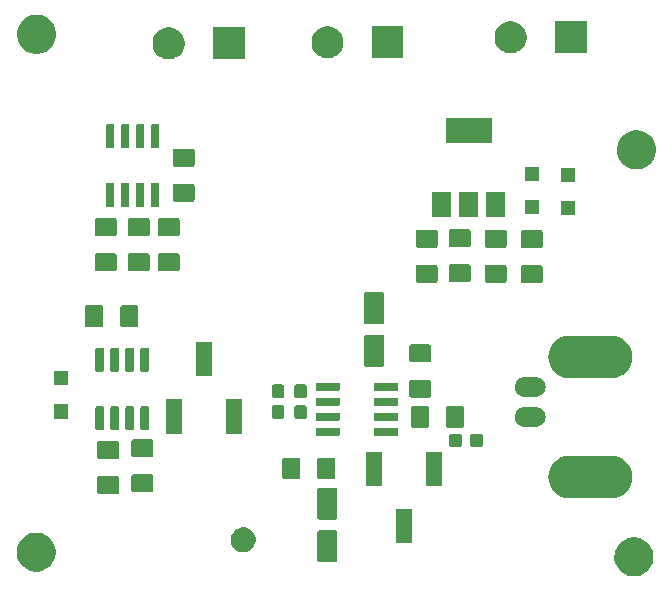
<source format=gbr>
G04 #@! TF.GenerationSoftware,KiCad,Pcbnew,(5.1.0)-1*
G04 #@! TF.CreationDate,2020-05-22T08:02:51-04:00*
G04 #@! TF.ProjectId,SiPMV4-60050,5369504d-5634-42d3-9630-3035302e6b69,rev?*
G04 #@! TF.SameCoordinates,Original*
G04 #@! TF.FileFunction,Soldermask,Top*
G04 #@! TF.FilePolarity,Negative*
%FSLAX46Y46*%
G04 Gerber Fmt 4.6, Leading zero omitted, Abs format (unit mm)*
G04 Created by KiCad (PCBNEW (5.1.0)-1) date 2020-05-22 08:02:51*
%MOMM*%
%LPD*%
G04 APERTURE LIST*
%ADD10C,0.100000*%
G04 APERTURE END LIST*
D10*
G36*
X189879576Y-63466098D02*
G01*
X189985899Y-63487247D01*
X190286362Y-63611703D01*
X190556771Y-63792385D01*
X190786735Y-64022349D01*
X190967417Y-64292758D01*
X190967418Y-64292760D01*
X191091873Y-64593222D01*
X191142204Y-64846249D01*
X191155320Y-64912191D01*
X191155320Y-65237409D01*
X191091873Y-65556379D01*
X190967417Y-65856842D01*
X190786735Y-66127251D01*
X190556771Y-66357215D01*
X190286362Y-66537897D01*
X189985899Y-66662353D01*
X189879576Y-66683502D01*
X189666931Y-66725800D01*
X189341709Y-66725800D01*
X189129064Y-66683502D01*
X189022741Y-66662353D01*
X188722278Y-66537897D01*
X188451869Y-66357215D01*
X188221905Y-66127251D01*
X188041223Y-65856842D01*
X187916767Y-65556379D01*
X187853320Y-65237409D01*
X187853320Y-64912191D01*
X187866437Y-64846249D01*
X187916767Y-64593222D01*
X188041222Y-64292760D01*
X188041223Y-64292758D01*
X188221905Y-64022349D01*
X188451869Y-63792385D01*
X188722278Y-63611703D01*
X189022741Y-63487247D01*
X189129064Y-63466098D01*
X189341709Y-63423800D01*
X189666931Y-63423800D01*
X189879576Y-63466098D01*
X189879576Y-63466098D01*
G37*
G36*
X139270076Y-63074938D02*
G01*
X139376399Y-63096087D01*
X139676862Y-63220543D01*
X139947271Y-63401225D01*
X140177235Y-63631189D01*
X140177236Y-63631191D01*
X140357918Y-63901600D01*
X140482373Y-64202062D01*
X140545820Y-64521029D01*
X140545820Y-64846251D01*
X140503522Y-65058896D01*
X140482373Y-65165219D01*
X140423096Y-65308325D01*
X140366696Y-65444489D01*
X140357917Y-65465682D01*
X140177235Y-65736091D01*
X139947271Y-65966055D01*
X139676862Y-66146737D01*
X139376399Y-66271193D01*
X139270076Y-66292342D01*
X139057431Y-66334640D01*
X138732209Y-66334640D01*
X138519564Y-66292342D01*
X138413241Y-66271193D01*
X138112778Y-66146737D01*
X137842369Y-65966055D01*
X137612405Y-65736091D01*
X137431723Y-65465682D01*
X137422945Y-65444489D01*
X137366544Y-65308325D01*
X137307267Y-65165219D01*
X137286118Y-65058896D01*
X137243820Y-64846251D01*
X137243820Y-64521029D01*
X137307267Y-64202062D01*
X137431722Y-63901600D01*
X137612404Y-63631191D01*
X137612405Y-63631189D01*
X137842369Y-63401225D01*
X138112778Y-63220543D01*
X138413241Y-63096087D01*
X138519564Y-63074938D01*
X138732209Y-63032640D01*
X139057431Y-63032640D01*
X139270076Y-63074938D01*
X139270076Y-63074938D01*
G37*
G36*
X164259137Y-62824431D02*
G01*
X164292792Y-62834641D01*
X164323805Y-62851218D01*
X164350991Y-62873529D01*
X164373302Y-62900715D01*
X164389879Y-62931728D01*
X164400089Y-62965383D01*
X164404140Y-63006518D01*
X164404140Y-65336242D01*
X164400089Y-65377377D01*
X164389879Y-65411032D01*
X164373302Y-65442045D01*
X164350991Y-65469231D01*
X164323805Y-65491542D01*
X164292792Y-65508119D01*
X164259137Y-65518329D01*
X164218002Y-65522380D01*
X162888278Y-65522380D01*
X162847143Y-65518329D01*
X162813488Y-65508119D01*
X162782475Y-65491542D01*
X162755289Y-65469231D01*
X162732978Y-65442045D01*
X162716401Y-65411032D01*
X162706191Y-65377377D01*
X162702140Y-65336242D01*
X162702140Y-63006518D01*
X162706191Y-62965383D01*
X162716401Y-62931728D01*
X162732978Y-62900715D01*
X162755289Y-62873529D01*
X162782475Y-62851218D01*
X162813488Y-62834641D01*
X162847143Y-62824431D01*
X162888278Y-62820380D01*
X164218002Y-62820380D01*
X164259137Y-62824431D01*
X164259137Y-62824431D01*
G37*
G36*
X156745164Y-62613849D02*
G01*
X156936433Y-62693075D01*
X156936435Y-62693076D01*
X157108573Y-62808095D01*
X157254965Y-62954487D01*
X157308385Y-63034435D01*
X157369985Y-63126627D01*
X157449211Y-63317896D01*
X157489600Y-63520944D01*
X157489600Y-63727976D01*
X157449211Y-63931024D01*
X157447978Y-63934000D01*
X157369984Y-64122295D01*
X157254965Y-64294433D01*
X157108573Y-64440825D01*
X156936435Y-64555844D01*
X156936434Y-64555845D01*
X156936433Y-64555845D01*
X156745164Y-64635071D01*
X156542116Y-64675460D01*
X156335084Y-64675460D01*
X156132036Y-64635071D01*
X155940767Y-64555845D01*
X155940766Y-64555845D01*
X155940765Y-64555844D01*
X155768627Y-64440825D01*
X155622235Y-64294433D01*
X155507216Y-64122295D01*
X155429222Y-63934000D01*
X155427989Y-63931024D01*
X155387600Y-63727976D01*
X155387600Y-63520944D01*
X155427989Y-63317896D01*
X155507215Y-63126627D01*
X155568816Y-63034435D01*
X155622235Y-62954487D01*
X155768627Y-62808095D01*
X155940765Y-62693076D01*
X155940767Y-62693075D01*
X156132036Y-62613849D01*
X156335084Y-62573460D01*
X156542116Y-62573460D01*
X156745164Y-62613849D01*
X156745164Y-62613849D01*
G37*
G36*
X170699000Y-63934000D02*
G01*
X169407000Y-63934000D01*
X169407000Y-61042000D01*
X170699000Y-61042000D01*
X170699000Y-63934000D01*
X170699000Y-63934000D01*
G37*
G36*
X164259137Y-59224431D02*
G01*
X164292792Y-59234641D01*
X164323805Y-59251218D01*
X164350991Y-59273529D01*
X164373302Y-59300715D01*
X164389879Y-59331728D01*
X164400089Y-59365383D01*
X164404140Y-59406518D01*
X164404140Y-61736242D01*
X164400089Y-61777377D01*
X164389879Y-61811032D01*
X164373302Y-61842045D01*
X164350991Y-61869231D01*
X164323805Y-61891542D01*
X164292792Y-61908119D01*
X164259137Y-61918329D01*
X164218002Y-61922380D01*
X162888278Y-61922380D01*
X162847143Y-61918329D01*
X162813488Y-61908119D01*
X162782475Y-61891542D01*
X162755289Y-61869231D01*
X162732978Y-61842045D01*
X162716401Y-61811032D01*
X162706191Y-61777377D01*
X162702140Y-61736242D01*
X162702140Y-59406518D01*
X162706191Y-59365383D01*
X162716401Y-59331728D01*
X162732978Y-59300715D01*
X162755289Y-59273529D01*
X162782475Y-59251218D01*
X162813488Y-59234641D01*
X162847143Y-59224431D01*
X162888278Y-59220380D01*
X164218002Y-59220380D01*
X164259137Y-59224431D01*
X164259137Y-59224431D01*
G37*
G36*
X187735289Y-56513386D02*
G01*
X187911678Y-56530759D01*
X188251168Y-56633742D01*
X188251170Y-56633743D01*
X188564042Y-56800977D01*
X188732144Y-56938935D01*
X188838281Y-57026039D01*
X189063342Y-57300277D01*
X189230578Y-57613152D01*
X189333561Y-57952642D01*
X189368334Y-58305700D01*
X189333561Y-58658758D01*
X189230578Y-58998248D01*
X189230577Y-58998250D01*
X189063343Y-59311122D01*
X188838281Y-59585361D01*
X188564042Y-59810423D01*
X188251170Y-59977657D01*
X188251168Y-59977658D01*
X187911678Y-60080641D01*
X187735289Y-60098014D01*
X187647096Y-60106700D01*
X183970144Y-60106700D01*
X183881951Y-60098014D01*
X183705562Y-60080641D01*
X183366072Y-59977658D01*
X183366070Y-59977657D01*
X183053198Y-59810423D01*
X182778959Y-59585361D01*
X182553897Y-59311122D01*
X182386663Y-58998250D01*
X182386662Y-58998248D01*
X182283679Y-58658758D01*
X182248906Y-58305700D01*
X182283679Y-57952642D01*
X182386662Y-57613152D01*
X182553898Y-57300277D01*
X182778959Y-57026039D01*
X182885096Y-56938935D01*
X183053198Y-56800977D01*
X183366070Y-56633743D01*
X183366072Y-56633742D01*
X183705562Y-56530759D01*
X183881951Y-56513386D01*
X183970144Y-56504700D01*
X187647096Y-56504700D01*
X187735289Y-56513386D01*
X187735289Y-56513386D01*
G37*
G36*
X145775562Y-58240681D02*
G01*
X145810481Y-58251274D01*
X145842663Y-58268476D01*
X145870873Y-58291627D01*
X145894024Y-58319837D01*
X145911226Y-58352019D01*
X145921819Y-58386938D01*
X145926000Y-58429395D01*
X145926000Y-59570605D01*
X145921819Y-59613062D01*
X145911226Y-59647981D01*
X145894024Y-59680163D01*
X145870873Y-59708373D01*
X145842663Y-59731524D01*
X145810481Y-59748726D01*
X145775562Y-59759319D01*
X145733105Y-59763500D01*
X144266895Y-59763500D01*
X144224438Y-59759319D01*
X144189519Y-59748726D01*
X144157337Y-59731524D01*
X144129127Y-59708373D01*
X144105976Y-59680163D01*
X144088774Y-59647981D01*
X144078181Y-59613062D01*
X144074000Y-59570605D01*
X144074000Y-58429395D01*
X144078181Y-58386938D01*
X144088774Y-58352019D01*
X144105976Y-58319837D01*
X144129127Y-58291627D01*
X144157337Y-58268476D01*
X144189519Y-58251274D01*
X144224438Y-58240681D01*
X144266895Y-58236500D01*
X145733105Y-58236500D01*
X145775562Y-58240681D01*
X145775562Y-58240681D01*
G37*
G36*
X148667062Y-58095681D02*
G01*
X148701981Y-58106274D01*
X148734163Y-58123476D01*
X148762373Y-58146627D01*
X148785524Y-58174837D01*
X148802726Y-58207019D01*
X148813319Y-58241938D01*
X148817500Y-58284395D01*
X148817500Y-59425605D01*
X148813319Y-59468062D01*
X148802726Y-59502981D01*
X148785524Y-59535163D01*
X148762373Y-59563373D01*
X148734163Y-59586524D01*
X148701981Y-59603726D01*
X148667062Y-59614319D01*
X148624605Y-59618500D01*
X147158395Y-59618500D01*
X147115938Y-59614319D01*
X147081019Y-59603726D01*
X147048837Y-59586524D01*
X147020627Y-59563373D01*
X146997476Y-59535163D01*
X146980274Y-59502981D01*
X146969681Y-59468062D01*
X146965500Y-59425605D01*
X146965500Y-58284395D01*
X146969681Y-58241938D01*
X146980274Y-58207019D01*
X146997476Y-58174837D01*
X147020627Y-58146627D01*
X147048837Y-58123476D01*
X147081019Y-58106274D01*
X147115938Y-58095681D01*
X147158395Y-58091500D01*
X148624605Y-58091500D01*
X148667062Y-58095681D01*
X148667062Y-58095681D01*
G37*
G36*
X168159000Y-59104000D02*
G01*
X166867000Y-59104000D01*
X166867000Y-56212000D01*
X168159000Y-56212000D01*
X168159000Y-59104000D01*
X168159000Y-59104000D01*
G37*
G36*
X173239000Y-59104000D02*
G01*
X171947000Y-59104000D01*
X171947000Y-56212000D01*
X173239000Y-56212000D01*
X173239000Y-59104000D01*
X173239000Y-59104000D01*
G37*
G36*
X164081442Y-56675221D02*
G01*
X164116361Y-56685814D01*
X164148543Y-56703016D01*
X164176753Y-56726167D01*
X164199904Y-56754377D01*
X164217106Y-56786559D01*
X164227699Y-56821478D01*
X164231880Y-56863935D01*
X164231880Y-58330145D01*
X164227699Y-58372602D01*
X164217106Y-58407521D01*
X164199904Y-58439703D01*
X164176753Y-58467913D01*
X164148543Y-58491064D01*
X164116361Y-58508266D01*
X164081442Y-58518859D01*
X164038985Y-58523040D01*
X162897775Y-58523040D01*
X162855318Y-58518859D01*
X162820399Y-58508266D01*
X162788217Y-58491064D01*
X162760007Y-58467913D01*
X162736856Y-58439703D01*
X162719654Y-58407521D01*
X162709061Y-58372602D01*
X162704880Y-58330145D01*
X162704880Y-56863935D01*
X162709061Y-56821478D01*
X162719654Y-56786559D01*
X162736856Y-56754377D01*
X162760007Y-56726167D01*
X162788217Y-56703016D01*
X162820399Y-56685814D01*
X162855318Y-56675221D01*
X162897775Y-56671040D01*
X164038985Y-56671040D01*
X164081442Y-56675221D01*
X164081442Y-56675221D01*
G37*
G36*
X161106442Y-56675221D02*
G01*
X161141361Y-56685814D01*
X161173543Y-56703016D01*
X161201753Y-56726167D01*
X161224904Y-56754377D01*
X161242106Y-56786559D01*
X161252699Y-56821478D01*
X161256880Y-56863935D01*
X161256880Y-58330145D01*
X161252699Y-58372602D01*
X161242106Y-58407521D01*
X161224904Y-58439703D01*
X161201753Y-58467913D01*
X161173543Y-58491064D01*
X161141361Y-58508266D01*
X161106442Y-58518859D01*
X161063985Y-58523040D01*
X159922775Y-58523040D01*
X159880318Y-58518859D01*
X159845399Y-58508266D01*
X159813217Y-58491064D01*
X159785007Y-58467913D01*
X159761856Y-58439703D01*
X159744654Y-58407521D01*
X159734061Y-58372602D01*
X159729880Y-58330145D01*
X159729880Y-56863935D01*
X159734061Y-56821478D01*
X159744654Y-56786559D01*
X159761856Y-56754377D01*
X159785007Y-56726167D01*
X159813217Y-56703016D01*
X159845399Y-56685814D01*
X159880318Y-56675221D01*
X159922775Y-56671040D01*
X161063985Y-56671040D01*
X161106442Y-56675221D01*
X161106442Y-56675221D01*
G37*
G36*
X145775562Y-55265681D02*
G01*
X145810481Y-55276274D01*
X145842663Y-55293476D01*
X145870873Y-55316627D01*
X145894024Y-55344837D01*
X145911226Y-55377019D01*
X145921819Y-55411938D01*
X145926000Y-55454395D01*
X145926000Y-56595605D01*
X145921819Y-56638062D01*
X145911226Y-56672981D01*
X145894024Y-56705163D01*
X145870873Y-56733373D01*
X145842663Y-56756524D01*
X145810481Y-56773726D01*
X145775562Y-56784319D01*
X145733105Y-56788500D01*
X144266895Y-56788500D01*
X144224438Y-56784319D01*
X144189519Y-56773726D01*
X144157337Y-56756524D01*
X144129127Y-56733373D01*
X144105976Y-56705163D01*
X144088774Y-56672981D01*
X144078181Y-56638062D01*
X144074000Y-56595605D01*
X144074000Y-55454395D01*
X144078181Y-55411938D01*
X144088774Y-55377019D01*
X144105976Y-55344837D01*
X144129127Y-55316627D01*
X144157337Y-55293476D01*
X144189519Y-55276274D01*
X144224438Y-55265681D01*
X144266895Y-55261500D01*
X145733105Y-55261500D01*
X145775562Y-55265681D01*
X145775562Y-55265681D01*
G37*
G36*
X148667062Y-55120681D02*
G01*
X148701981Y-55131274D01*
X148734163Y-55148476D01*
X148762373Y-55171627D01*
X148785524Y-55199837D01*
X148802726Y-55232019D01*
X148813319Y-55266938D01*
X148817500Y-55309395D01*
X148817500Y-56450605D01*
X148813319Y-56493062D01*
X148802726Y-56527981D01*
X148785524Y-56560163D01*
X148762373Y-56588373D01*
X148734163Y-56611524D01*
X148701981Y-56628726D01*
X148667062Y-56639319D01*
X148624605Y-56643500D01*
X147158395Y-56643500D01*
X147115938Y-56639319D01*
X147081019Y-56628726D01*
X147048837Y-56611524D01*
X147020627Y-56588373D01*
X146997476Y-56560163D01*
X146980274Y-56527981D01*
X146969681Y-56493062D01*
X146965500Y-56450605D01*
X146965500Y-55309395D01*
X146969681Y-55266938D01*
X146980274Y-55232019D01*
X146997476Y-55199837D01*
X147020627Y-55171627D01*
X147048837Y-55148476D01*
X147081019Y-55131274D01*
X147115938Y-55120681D01*
X147158395Y-55116500D01*
X148624605Y-55116500D01*
X148667062Y-55120681D01*
X148667062Y-55120681D01*
G37*
G36*
X174829979Y-54698045D02*
G01*
X174867475Y-54709420D01*
X174902034Y-54727892D01*
X174932327Y-54752753D01*
X174957188Y-54783046D01*
X174975660Y-54817605D01*
X174987035Y-54855101D01*
X174991480Y-54900238D01*
X174991480Y-55538962D01*
X174987035Y-55584099D01*
X174975660Y-55621595D01*
X174957188Y-55656154D01*
X174932327Y-55686447D01*
X174902034Y-55711308D01*
X174867475Y-55729780D01*
X174829979Y-55741155D01*
X174784842Y-55745600D01*
X174046118Y-55745600D01*
X174000981Y-55741155D01*
X173963485Y-55729780D01*
X173928926Y-55711308D01*
X173898633Y-55686447D01*
X173873772Y-55656154D01*
X173855300Y-55621595D01*
X173843925Y-55584099D01*
X173839480Y-55538962D01*
X173839480Y-54900238D01*
X173843925Y-54855101D01*
X173855300Y-54817605D01*
X173873772Y-54783046D01*
X173898633Y-54752753D01*
X173928926Y-54727892D01*
X173963485Y-54709420D01*
X174000981Y-54698045D01*
X174046118Y-54693600D01*
X174784842Y-54693600D01*
X174829979Y-54698045D01*
X174829979Y-54698045D01*
G37*
G36*
X176579979Y-54698045D02*
G01*
X176617475Y-54709420D01*
X176652034Y-54727892D01*
X176682327Y-54752753D01*
X176707188Y-54783046D01*
X176725660Y-54817605D01*
X176737035Y-54855101D01*
X176741480Y-54900238D01*
X176741480Y-55538962D01*
X176737035Y-55584099D01*
X176725660Y-55621595D01*
X176707188Y-55656154D01*
X176682327Y-55686447D01*
X176652034Y-55711308D01*
X176617475Y-55729780D01*
X176579979Y-55741155D01*
X176534842Y-55745600D01*
X175796118Y-55745600D01*
X175750981Y-55741155D01*
X175713485Y-55729780D01*
X175678926Y-55711308D01*
X175648633Y-55686447D01*
X175623772Y-55656154D01*
X175605300Y-55621595D01*
X175593925Y-55584099D01*
X175589480Y-55538962D01*
X175589480Y-54900238D01*
X175593925Y-54855101D01*
X175605300Y-54817605D01*
X175623772Y-54783046D01*
X175648633Y-54752753D01*
X175678926Y-54727892D01*
X175713485Y-54709420D01*
X175750981Y-54698045D01*
X175796118Y-54693600D01*
X176534842Y-54693600D01*
X176579979Y-54698045D01*
X176579979Y-54698045D01*
G37*
G36*
X169463928Y-54134764D02*
G01*
X169485009Y-54141160D01*
X169504445Y-54151548D01*
X169521476Y-54165524D01*
X169535452Y-54182555D01*
X169545840Y-54201991D01*
X169552236Y-54223072D01*
X169555000Y-54251140D01*
X169555000Y-54714860D01*
X169552236Y-54742928D01*
X169545840Y-54764009D01*
X169535452Y-54783445D01*
X169521476Y-54800476D01*
X169504445Y-54814452D01*
X169485009Y-54824840D01*
X169463928Y-54831236D01*
X169435860Y-54834000D01*
X167622140Y-54834000D01*
X167594072Y-54831236D01*
X167572991Y-54824840D01*
X167553555Y-54814452D01*
X167536524Y-54800476D01*
X167522548Y-54783445D01*
X167512160Y-54764009D01*
X167505764Y-54742928D01*
X167503000Y-54714860D01*
X167503000Y-54251140D01*
X167505764Y-54223072D01*
X167512160Y-54201991D01*
X167522548Y-54182555D01*
X167536524Y-54165524D01*
X167553555Y-54151548D01*
X167572991Y-54141160D01*
X167594072Y-54134764D01*
X167622140Y-54132000D01*
X169435860Y-54132000D01*
X169463928Y-54134764D01*
X169463928Y-54134764D01*
G37*
G36*
X164513928Y-54134764D02*
G01*
X164535009Y-54141160D01*
X164554445Y-54151548D01*
X164571476Y-54165524D01*
X164585452Y-54182555D01*
X164595840Y-54201991D01*
X164602236Y-54223072D01*
X164605000Y-54251140D01*
X164605000Y-54714860D01*
X164602236Y-54742928D01*
X164595840Y-54764009D01*
X164585452Y-54783445D01*
X164571476Y-54800476D01*
X164554445Y-54814452D01*
X164535009Y-54824840D01*
X164513928Y-54831236D01*
X164485860Y-54834000D01*
X162672140Y-54834000D01*
X162644072Y-54831236D01*
X162622991Y-54824840D01*
X162603555Y-54814452D01*
X162586524Y-54800476D01*
X162572548Y-54783445D01*
X162562160Y-54764009D01*
X162555764Y-54742928D01*
X162553000Y-54714860D01*
X162553000Y-54251140D01*
X162555764Y-54223072D01*
X162562160Y-54201991D01*
X162572548Y-54182555D01*
X162586524Y-54165524D01*
X162603555Y-54151548D01*
X162622991Y-54141160D01*
X162644072Y-54134764D01*
X162672140Y-54132000D01*
X164485860Y-54132000D01*
X164513928Y-54134764D01*
X164513928Y-54134764D01*
G37*
G36*
X151217200Y-54633600D02*
G01*
X149925200Y-54633600D01*
X149925200Y-51741600D01*
X151217200Y-51741600D01*
X151217200Y-54633600D01*
X151217200Y-54633600D01*
G37*
G36*
X156297200Y-54633600D02*
G01*
X155005200Y-54633600D01*
X155005200Y-51741600D01*
X156297200Y-51741600D01*
X156297200Y-54633600D01*
X156297200Y-54633600D01*
G37*
G36*
X144531928Y-52316764D02*
G01*
X144553009Y-52323160D01*
X144572445Y-52333548D01*
X144589476Y-52347524D01*
X144603452Y-52364555D01*
X144613840Y-52383991D01*
X144620236Y-52405072D01*
X144623000Y-52433140D01*
X144623000Y-54246860D01*
X144620236Y-54274928D01*
X144613840Y-54296009D01*
X144603452Y-54315445D01*
X144589476Y-54332476D01*
X144572445Y-54346452D01*
X144553009Y-54356840D01*
X144531928Y-54363236D01*
X144503860Y-54366000D01*
X144040140Y-54366000D01*
X144012072Y-54363236D01*
X143990991Y-54356840D01*
X143971555Y-54346452D01*
X143954524Y-54332476D01*
X143940548Y-54315445D01*
X143930160Y-54296009D01*
X143923764Y-54274928D01*
X143921000Y-54246860D01*
X143921000Y-52433140D01*
X143923764Y-52405072D01*
X143930160Y-52383991D01*
X143940548Y-52364555D01*
X143954524Y-52347524D01*
X143971555Y-52333548D01*
X143990991Y-52323160D01*
X144012072Y-52316764D01*
X144040140Y-52314000D01*
X144503860Y-52314000D01*
X144531928Y-52316764D01*
X144531928Y-52316764D01*
G37*
G36*
X147071928Y-52316764D02*
G01*
X147093009Y-52323160D01*
X147112445Y-52333548D01*
X147129476Y-52347524D01*
X147143452Y-52364555D01*
X147153840Y-52383991D01*
X147160236Y-52405072D01*
X147163000Y-52433140D01*
X147163000Y-54246860D01*
X147160236Y-54274928D01*
X147153840Y-54296009D01*
X147143452Y-54315445D01*
X147129476Y-54332476D01*
X147112445Y-54346452D01*
X147093009Y-54356840D01*
X147071928Y-54363236D01*
X147043860Y-54366000D01*
X146580140Y-54366000D01*
X146552072Y-54363236D01*
X146530991Y-54356840D01*
X146511555Y-54346452D01*
X146494524Y-54332476D01*
X146480548Y-54315445D01*
X146470160Y-54296009D01*
X146463764Y-54274928D01*
X146461000Y-54246860D01*
X146461000Y-52433140D01*
X146463764Y-52405072D01*
X146470160Y-52383991D01*
X146480548Y-52364555D01*
X146494524Y-52347524D01*
X146511555Y-52333548D01*
X146530991Y-52323160D01*
X146552072Y-52316764D01*
X146580140Y-52314000D01*
X147043860Y-52314000D01*
X147071928Y-52316764D01*
X147071928Y-52316764D01*
G37*
G36*
X148341928Y-52316764D02*
G01*
X148363009Y-52323160D01*
X148382445Y-52333548D01*
X148399476Y-52347524D01*
X148413452Y-52364555D01*
X148423840Y-52383991D01*
X148430236Y-52405072D01*
X148433000Y-52433140D01*
X148433000Y-54246860D01*
X148430236Y-54274928D01*
X148423840Y-54296009D01*
X148413452Y-54315445D01*
X148399476Y-54332476D01*
X148382445Y-54346452D01*
X148363009Y-54356840D01*
X148341928Y-54363236D01*
X148313860Y-54366000D01*
X147850140Y-54366000D01*
X147822072Y-54363236D01*
X147800991Y-54356840D01*
X147781555Y-54346452D01*
X147764524Y-54332476D01*
X147750548Y-54315445D01*
X147740160Y-54296009D01*
X147733764Y-54274928D01*
X147731000Y-54246860D01*
X147731000Y-52433140D01*
X147733764Y-52405072D01*
X147740160Y-52383991D01*
X147750548Y-52364555D01*
X147764524Y-52347524D01*
X147781555Y-52333548D01*
X147800991Y-52323160D01*
X147822072Y-52316764D01*
X147850140Y-52314000D01*
X148313860Y-52314000D01*
X148341928Y-52316764D01*
X148341928Y-52316764D01*
G37*
G36*
X145801928Y-52316764D02*
G01*
X145823009Y-52323160D01*
X145842445Y-52333548D01*
X145859476Y-52347524D01*
X145873452Y-52364555D01*
X145883840Y-52383991D01*
X145890236Y-52405072D01*
X145893000Y-52433140D01*
X145893000Y-54246860D01*
X145890236Y-54274928D01*
X145883840Y-54296009D01*
X145873452Y-54315445D01*
X145859476Y-54332476D01*
X145842445Y-54346452D01*
X145823009Y-54356840D01*
X145801928Y-54363236D01*
X145773860Y-54366000D01*
X145310140Y-54366000D01*
X145282072Y-54363236D01*
X145260991Y-54356840D01*
X145241555Y-54346452D01*
X145224524Y-54332476D01*
X145210548Y-54315445D01*
X145200160Y-54296009D01*
X145193764Y-54274928D01*
X145191000Y-54246860D01*
X145191000Y-52433140D01*
X145193764Y-52405072D01*
X145200160Y-52383991D01*
X145210548Y-52364555D01*
X145224524Y-52347524D01*
X145241555Y-52333548D01*
X145260991Y-52323160D01*
X145282072Y-52316764D01*
X145310140Y-52314000D01*
X145773860Y-52314000D01*
X145801928Y-52316764D01*
X145801928Y-52316764D01*
G37*
G36*
X174984062Y-52291181D02*
G01*
X175018981Y-52301774D01*
X175051163Y-52318976D01*
X175079373Y-52342127D01*
X175102524Y-52370337D01*
X175119726Y-52402519D01*
X175130319Y-52437438D01*
X175134500Y-52479895D01*
X175134500Y-53946105D01*
X175130319Y-53988562D01*
X175119726Y-54023481D01*
X175102524Y-54055663D01*
X175079373Y-54083873D01*
X175051163Y-54107024D01*
X175018981Y-54124226D01*
X174984062Y-54134819D01*
X174941605Y-54139000D01*
X173800395Y-54139000D01*
X173757938Y-54134819D01*
X173723019Y-54124226D01*
X173690837Y-54107024D01*
X173662627Y-54083873D01*
X173639476Y-54055663D01*
X173622274Y-54023481D01*
X173611681Y-53988562D01*
X173607500Y-53946105D01*
X173607500Y-52479895D01*
X173611681Y-52437438D01*
X173622274Y-52402519D01*
X173639476Y-52370337D01*
X173662627Y-52342127D01*
X173690837Y-52318976D01*
X173723019Y-52301774D01*
X173757938Y-52291181D01*
X173800395Y-52287000D01*
X174941605Y-52287000D01*
X174984062Y-52291181D01*
X174984062Y-52291181D01*
G37*
G36*
X172009062Y-52291181D02*
G01*
X172043981Y-52301774D01*
X172076163Y-52318976D01*
X172104373Y-52342127D01*
X172127524Y-52370337D01*
X172144726Y-52402519D01*
X172155319Y-52437438D01*
X172159500Y-52479895D01*
X172159500Y-53946105D01*
X172155319Y-53988562D01*
X172144726Y-54023481D01*
X172127524Y-54055663D01*
X172104373Y-54083873D01*
X172076163Y-54107024D01*
X172043981Y-54124226D01*
X172009062Y-54134819D01*
X171966605Y-54139000D01*
X170825395Y-54139000D01*
X170782938Y-54134819D01*
X170748019Y-54124226D01*
X170715837Y-54107024D01*
X170687627Y-54083873D01*
X170664476Y-54055663D01*
X170647274Y-54023481D01*
X170636681Y-53988562D01*
X170632500Y-53946105D01*
X170632500Y-52479895D01*
X170636681Y-52437438D01*
X170647274Y-52402519D01*
X170664476Y-52370337D01*
X170687627Y-52342127D01*
X170715837Y-52318976D01*
X170748019Y-52301774D01*
X170782938Y-52291181D01*
X170825395Y-52287000D01*
X171966605Y-52287000D01*
X172009062Y-52291181D01*
X172009062Y-52291181D01*
G37*
G36*
X181345443Y-52387013D02*
G01*
X181505862Y-52435676D01*
X181609366Y-52491000D01*
X181653698Y-52514696D01*
X181783279Y-52621041D01*
X181889624Y-52750622D01*
X181889625Y-52750624D01*
X181968644Y-52898458D01*
X182017307Y-53058877D01*
X182033737Y-53225700D01*
X182017307Y-53392523D01*
X181998154Y-53455661D01*
X181971220Y-53544452D01*
X181968644Y-53552942D01*
X181962733Y-53564000D01*
X181889624Y-53700778D01*
X181783279Y-53830359D01*
X181653698Y-53936704D01*
X181653696Y-53936705D01*
X181505862Y-54015724D01*
X181345443Y-54064387D01*
X181220424Y-54076700D01*
X180236816Y-54076700D01*
X180111797Y-54064387D01*
X179951378Y-54015724D01*
X179803544Y-53936705D01*
X179803542Y-53936704D01*
X179673961Y-53830359D01*
X179567616Y-53700778D01*
X179494507Y-53564000D01*
X179488596Y-53552942D01*
X179486021Y-53544452D01*
X179459086Y-53455661D01*
X179439933Y-53392523D01*
X179423503Y-53225700D01*
X179439933Y-53058877D01*
X179488596Y-52898458D01*
X179567615Y-52750624D01*
X179567616Y-52750622D01*
X179673961Y-52621041D01*
X179803542Y-52514696D01*
X179847874Y-52491000D01*
X179951378Y-52435676D01*
X180111797Y-52387013D01*
X180236816Y-52374700D01*
X181220424Y-52374700D01*
X181345443Y-52387013D01*
X181345443Y-52387013D01*
G37*
G36*
X169463928Y-52864764D02*
G01*
X169485009Y-52871160D01*
X169504445Y-52881548D01*
X169521476Y-52895524D01*
X169535452Y-52912555D01*
X169545840Y-52931991D01*
X169552236Y-52953072D01*
X169555000Y-52981140D01*
X169555000Y-53444860D01*
X169552236Y-53472928D01*
X169545840Y-53494009D01*
X169535452Y-53513445D01*
X169521476Y-53530476D01*
X169504445Y-53544452D01*
X169485009Y-53554840D01*
X169463928Y-53561236D01*
X169435860Y-53564000D01*
X167622140Y-53564000D01*
X167594072Y-53561236D01*
X167572991Y-53554840D01*
X167553555Y-53544452D01*
X167536524Y-53530476D01*
X167522548Y-53513445D01*
X167512160Y-53494009D01*
X167505764Y-53472928D01*
X167503000Y-53444860D01*
X167503000Y-52981140D01*
X167505764Y-52953072D01*
X167512160Y-52931991D01*
X167522548Y-52912555D01*
X167536524Y-52895524D01*
X167553555Y-52881548D01*
X167572991Y-52871160D01*
X167594072Y-52864764D01*
X167622140Y-52862000D01*
X169435860Y-52862000D01*
X169463928Y-52864764D01*
X169463928Y-52864764D01*
G37*
G36*
X164513928Y-52864764D02*
G01*
X164535009Y-52871160D01*
X164554445Y-52881548D01*
X164571476Y-52895524D01*
X164585452Y-52912555D01*
X164595840Y-52931991D01*
X164602236Y-52953072D01*
X164605000Y-52981140D01*
X164605000Y-53444860D01*
X164602236Y-53472928D01*
X164595840Y-53494009D01*
X164585452Y-53513445D01*
X164571476Y-53530476D01*
X164554445Y-53544452D01*
X164535009Y-53554840D01*
X164513928Y-53561236D01*
X164485860Y-53564000D01*
X162672140Y-53564000D01*
X162644072Y-53561236D01*
X162622991Y-53554840D01*
X162603555Y-53544452D01*
X162586524Y-53530476D01*
X162572548Y-53513445D01*
X162562160Y-53494009D01*
X162555764Y-53472928D01*
X162553000Y-53444860D01*
X162553000Y-52981140D01*
X162555764Y-52953072D01*
X162562160Y-52931991D01*
X162572548Y-52912555D01*
X162586524Y-52895524D01*
X162603555Y-52881548D01*
X162622991Y-52871160D01*
X162644072Y-52864764D01*
X162672140Y-52862000D01*
X164485860Y-52862000D01*
X164513928Y-52864764D01*
X164513928Y-52864764D01*
G37*
G36*
X161654499Y-52232445D02*
G01*
X161691995Y-52243820D01*
X161726554Y-52262292D01*
X161756847Y-52287153D01*
X161781708Y-52317446D01*
X161800180Y-52352005D01*
X161811555Y-52389501D01*
X161816000Y-52434638D01*
X161816000Y-53173362D01*
X161811555Y-53218499D01*
X161800180Y-53255995D01*
X161781708Y-53290554D01*
X161756847Y-53320847D01*
X161726554Y-53345708D01*
X161691995Y-53364180D01*
X161654499Y-53375555D01*
X161609362Y-53380000D01*
X160970638Y-53380000D01*
X160925501Y-53375555D01*
X160888005Y-53364180D01*
X160853446Y-53345708D01*
X160823153Y-53320847D01*
X160798292Y-53290554D01*
X160779820Y-53255995D01*
X160768445Y-53218499D01*
X160764000Y-53173362D01*
X160764000Y-52434638D01*
X160768445Y-52389501D01*
X160779820Y-52352005D01*
X160798292Y-52317446D01*
X160823153Y-52287153D01*
X160853446Y-52262292D01*
X160888005Y-52243820D01*
X160925501Y-52232445D01*
X160970638Y-52228000D01*
X161609362Y-52228000D01*
X161654499Y-52232445D01*
X161654499Y-52232445D01*
G37*
G36*
X159749499Y-52232445D02*
G01*
X159786995Y-52243820D01*
X159821554Y-52262292D01*
X159851847Y-52287153D01*
X159876708Y-52317446D01*
X159895180Y-52352005D01*
X159906555Y-52389501D01*
X159911000Y-52434638D01*
X159911000Y-53173362D01*
X159906555Y-53218499D01*
X159895180Y-53255995D01*
X159876708Y-53290554D01*
X159851847Y-53320847D01*
X159821554Y-53345708D01*
X159786995Y-53364180D01*
X159749499Y-53375555D01*
X159704362Y-53380000D01*
X159065638Y-53380000D01*
X159020501Y-53375555D01*
X158983005Y-53364180D01*
X158948446Y-53345708D01*
X158918153Y-53320847D01*
X158893292Y-53290554D01*
X158874820Y-53255995D01*
X158863445Y-53218499D01*
X158859000Y-53173362D01*
X158859000Y-52434638D01*
X158863445Y-52389501D01*
X158874820Y-52352005D01*
X158893292Y-52317446D01*
X158918153Y-52287153D01*
X158948446Y-52262292D01*
X158983005Y-52243820D01*
X159020501Y-52232445D01*
X159065638Y-52228000D01*
X159704362Y-52228000D01*
X159749499Y-52232445D01*
X159749499Y-52232445D01*
G37*
G36*
X141571000Y-53364500D02*
G01*
X140369000Y-53364500D01*
X140369000Y-52162500D01*
X141571000Y-52162500D01*
X141571000Y-53364500D01*
X141571000Y-53364500D01*
G37*
G36*
X164513928Y-51594764D02*
G01*
X164535009Y-51601160D01*
X164554445Y-51611548D01*
X164571476Y-51625524D01*
X164585452Y-51642555D01*
X164595840Y-51661991D01*
X164602236Y-51683072D01*
X164605000Y-51711140D01*
X164605000Y-52174860D01*
X164602236Y-52202928D01*
X164595840Y-52224009D01*
X164585452Y-52243445D01*
X164571476Y-52260476D01*
X164554445Y-52274452D01*
X164535009Y-52284840D01*
X164513928Y-52291236D01*
X164485860Y-52294000D01*
X162672140Y-52294000D01*
X162644072Y-52291236D01*
X162622991Y-52284840D01*
X162603555Y-52274452D01*
X162586524Y-52260476D01*
X162572548Y-52243445D01*
X162562160Y-52224009D01*
X162555764Y-52202928D01*
X162553000Y-52174860D01*
X162553000Y-51711140D01*
X162555764Y-51683072D01*
X162562160Y-51661991D01*
X162572548Y-51642555D01*
X162586524Y-51625524D01*
X162603555Y-51611548D01*
X162622991Y-51601160D01*
X162644072Y-51594764D01*
X162672140Y-51592000D01*
X164485860Y-51592000D01*
X164513928Y-51594764D01*
X164513928Y-51594764D01*
G37*
G36*
X169463928Y-51594764D02*
G01*
X169485009Y-51601160D01*
X169504445Y-51611548D01*
X169521476Y-51625524D01*
X169535452Y-51642555D01*
X169545840Y-51661991D01*
X169552236Y-51683072D01*
X169555000Y-51711140D01*
X169555000Y-52174860D01*
X169552236Y-52202928D01*
X169545840Y-52224009D01*
X169535452Y-52243445D01*
X169521476Y-52260476D01*
X169504445Y-52274452D01*
X169485009Y-52284840D01*
X169463928Y-52291236D01*
X169435860Y-52294000D01*
X167622140Y-52294000D01*
X167594072Y-52291236D01*
X167572991Y-52284840D01*
X167553555Y-52274452D01*
X167536524Y-52260476D01*
X167522548Y-52243445D01*
X167512160Y-52224009D01*
X167505764Y-52202928D01*
X167503000Y-52174860D01*
X167503000Y-51711140D01*
X167505764Y-51683072D01*
X167512160Y-51661991D01*
X167522548Y-51642555D01*
X167536524Y-51625524D01*
X167553555Y-51611548D01*
X167572991Y-51601160D01*
X167594072Y-51594764D01*
X167622140Y-51592000D01*
X169435860Y-51592000D01*
X169463928Y-51594764D01*
X169463928Y-51594764D01*
G37*
G36*
X161654499Y-50482445D02*
G01*
X161691995Y-50493820D01*
X161726554Y-50512292D01*
X161756847Y-50537153D01*
X161781708Y-50567446D01*
X161800180Y-50602005D01*
X161811555Y-50639501D01*
X161816000Y-50684638D01*
X161816000Y-51423362D01*
X161811555Y-51468499D01*
X161800180Y-51505995D01*
X161781708Y-51540554D01*
X161756847Y-51570847D01*
X161726554Y-51595708D01*
X161691995Y-51614180D01*
X161654499Y-51625555D01*
X161609362Y-51630000D01*
X160970638Y-51630000D01*
X160925501Y-51625555D01*
X160888005Y-51614180D01*
X160853446Y-51595708D01*
X160823153Y-51570847D01*
X160798292Y-51540554D01*
X160779820Y-51505995D01*
X160768445Y-51468499D01*
X160764000Y-51423362D01*
X160764000Y-50684638D01*
X160768445Y-50639501D01*
X160779820Y-50602005D01*
X160798292Y-50567446D01*
X160823153Y-50537153D01*
X160853446Y-50512292D01*
X160888005Y-50493820D01*
X160925501Y-50482445D01*
X160970638Y-50478000D01*
X161609362Y-50478000D01*
X161654499Y-50482445D01*
X161654499Y-50482445D01*
G37*
G36*
X159749499Y-50482445D02*
G01*
X159786995Y-50493820D01*
X159821554Y-50512292D01*
X159851847Y-50537153D01*
X159876708Y-50567446D01*
X159895180Y-50602005D01*
X159906555Y-50639501D01*
X159911000Y-50684638D01*
X159911000Y-51423362D01*
X159906555Y-51468499D01*
X159895180Y-51505995D01*
X159876708Y-51540554D01*
X159851847Y-51570847D01*
X159821554Y-51595708D01*
X159786995Y-51614180D01*
X159749499Y-51625555D01*
X159704362Y-51630000D01*
X159065638Y-51630000D01*
X159020501Y-51625555D01*
X158983005Y-51614180D01*
X158948446Y-51595708D01*
X158918153Y-51570847D01*
X158893292Y-51540554D01*
X158874820Y-51505995D01*
X158863445Y-51468499D01*
X158859000Y-51423362D01*
X158859000Y-50684638D01*
X158863445Y-50639501D01*
X158874820Y-50602005D01*
X158893292Y-50567446D01*
X158918153Y-50537153D01*
X158948446Y-50512292D01*
X158983005Y-50493820D01*
X159020501Y-50482445D01*
X159065638Y-50478000D01*
X159704362Y-50478000D01*
X159749499Y-50482445D01*
X159749499Y-50482445D01*
G37*
G36*
X172190002Y-50071161D02*
G01*
X172224921Y-50081754D01*
X172257103Y-50098956D01*
X172285313Y-50122107D01*
X172308464Y-50150317D01*
X172325666Y-50182499D01*
X172336259Y-50217418D01*
X172340440Y-50259875D01*
X172340440Y-51401085D01*
X172336259Y-51443542D01*
X172325666Y-51478461D01*
X172308464Y-51510643D01*
X172285313Y-51538853D01*
X172257103Y-51562004D01*
X172224921Y-51579206D01*
X172190002Y-51589799D01*
X172147545Y-51593980D01*
X170681335Y-51593980D01*
X170638878Y-51589799D01*
X170603959Y-51579206D01*
X170571777Y-51562004D01*
X170543567Y-51538853D01*
X170520416Y-51510643D01*
X170503214Y-51478461D01*
X170492621Y-51443542D01*
X170488440Y-51401085D01*
X170488440Y-50259875D01*
X170492621Y-50217418D01*
X170503214Y-50182499D01*
X170520416Y-50150317D01*
X170543567Y-50122107D01*
X170571777Y-50098956D01*
X170603959Y-50081754D01*
X170638878Y-50071161D01*
X170681335Y-50066980D01*
X172147545Y-50066980D01*
X172190002Y-50071161D01*
X172190002Y-50071161D01*
G37*
G36*
X181345443Y-49847013D02*
G01*
X181505862Y-49895676D01*
X181601321Y-49946700D01*
X181653698Y-49974696D01*
X181783279Y-50081041D01*
X181889624Y-50210622D01*
X181897734Y-50225794D01*
X181968644Y-50358458D01*
X182017307Y-50518877D01*
X182033737Y-50685700D01*
X182017307Y-50852523D01*
X181998154Y-50915661D01*
X181971220Y-51004452D01*
X181968644Y-51012942D01*
X181962733Y-51024000D01*
X181889624Y-51160778D01*
X181783279Y-51290359D01*
X181653698Y-51396704D01*
X181653696Y-51396705D01*
X181505862Y-51475724D01*
X181505859Y-51475725D01*
X181476000Y-51484783D01*
X181345443Y-51524387D01*
X181220424Y-51536700D01*
X180236816Y-51536700D01*
X180111797Y-51524387D01*
X179981240Y-51484783D01*
X179951381Y-51475725D01*
X179951378Y-51475724D01*
X179803544Y-51396705D01*
X179803542Y-51396704D01*
X179673961Y-51290359D01*
X179567616Y-51160778D01*
X179494507Y-51024000D01*
X179488596Y-51012942D01*
X179486021Y-51004452D01*
X179459086Y-50915661D01*
X179439933Y-50852523D01*
X179423503Y-50685700D01*
X179439933Y-50518877D01*
X179488596Y-50358458D01*
X179559506Y-50225794D01*
X179567616Y-50210622D01*
X179673961Y-50081041D01*
X179803542Y-49974696D01*
X179855919Y-49946700D01*
X179951378Y-49895676D01*
X180111797Y-49847013D01*
X180236816Y-49834700D01*
X181220424Y-49834700D01*
X181345443Y-49847013D01*
X181345443Y-49847013D01*
G37*
G36*
X164513928Y-50324764D02*
G01*
X164535009Y-50331160D01*
X164554445Y-50341548D01*
X164571476Y-50355524D01*
X164585452Y-50372555D01*
X164595840Y-50391991D01*
X164602236Y-50413072D01*
X164605000Y-50441140D01*
X164605000Y-50904860D01*
X164602236Y-50932928D01*
X164595840Y-50954009D01*
X164585452Y-50973445D01*
X164571476Y-50990476D01*
X164554445Y-51004452D01*
X164535009Y-51014840D01*
X164513928Y-51021236D01*
X164485860Y-51024000D01*
X162672140Y-51024000D01*
X162644072Y-51021236D01*
X162622991Y-51014840D01*
X162603555Y-51004452D01*
X162586524Y-50990476D01*
X162572548Y-50973445D01*
X162562160Y-50954009D01*
X162555764Y-50932928D01*
X162553000Y-50904860D01*
X162553000Y-50441140D01*
X162555764Y-50413072D01*
X162562160Y-50391991D01*
X162572548Y-50372555D01*
X162586524Y-50355524D01*
X162603555Y-50341548D01*
X162622991Y-50331160D01*
X162644072Y-50324764D01*
X162672140Y-50322000D01*
X164485860Y-50322000D01*
X164513928Y-50324764D01*
X164513928Y-50324764D01*
G37*
G36*
X169463928Y-50324764D02*
G01*
X169485009Y-50331160D01*
X169504445Y-50341548D01*
X169521476Y-50355524D01*
X169535452Y-50372555D01*
X169545840Y-50391991D01*
X169552236Y-50413072D01*
X169555000Y-50441140D01*
X169555000Y-50904860D01*
X169552236Y-50932928D01*
X169545840Y-50954009D01*
X169535452Y-50973445D01*
X169521476Y-50990476D01*
X169504445Y-51004452D01*
X169485009Y-51014840D01*
X169463928Y-51021236D01*
X169435860Y-51024000D01*
X167622140Y-51024000D01*
X167594072Y-51021236D01*
X167572991Y-51014840D01*
X167553555Y-51004452D01*
X167536524Y-50990476D01*
X167522548Y-50973445D01*
X167512160Y-50954009D01*
X167505764Y-50932928D01*
X167503000Y-50904860D01*
X167503000Y-50441140D01*
X167505764Y-50413072D01*
X167512160Y-50391991D01*
X167522548Y-50372555D01*
X167536524Y-50355524D01*
X167553555Y-50341548D01*
X167572991Y-50331160D01*
X167594072Y-50324764D01*
X167622140Y-50322000D01*
X169435860Y-50322000D01*
X169463928Y-50324764D01*
X169463928Y-50324764D01*
G37*
G36*
X141571000Y-50564500D02*
G01*
X140369000Y-50564500D01*
X140369000Y-49362500D01*
X141571000Y-49362500D01*
X141571000Y-50564500D01*
X141571000Y-50564500D01*
G37*
G36*
X187720107Y-46351891D02*
G01*
X187911678Y-46370759D01*
X188251168Y-46473742D01*
X188251170Y-46473743D01*
X188564042Y-46640977D01*
X188838281Y-46866039D01*
X189063343Y-47140278D01*
X189230577Y-47453150D01*
X189230578Y-47453152D01*
X189333561Y-47792642D01*
X189368334Y-48145700D01*
X189333561Y-48498758D01*
X189230578Y-48838248D01*
X189230577Y-48838250D01*
X189063343Y-49151122D01*
X188838281Y-49425361D01*
X188564042Y-49650423D01*
X188277469Y-49803600D01*
X188251168Y-49817658D01*
X187911678Y-49920641D01*
X187735289Y-49938014D01*
X187647096Y-49946700D01*
X183970144Y-49946700D01*
X183881951Y-49938014D01*
X183705562Y-49920641D01*
X183366072Y-49817658D01*
X183339771Y-49803600D01*
X183053198Y-49650423D01*
X182778959Y-49425361D01*
X182553897Y-49151122D01*
X182386663Y-48838250D01*
X182386662Y-48838248D01*
X182283679Y-48498758D01*
X182248906Y-48145700D01*
X182283679Y-47792642D01*
X182386662Y-47453152D01*
X182386663Y-47453150D01*
X182553897Y-47140278D01*
X182778959Y-46866039D01*
X183053198Y-46640977D01*
X183366070Y-46473743D01*
X183366072Y-46473742D01*
X183705562Y-46370759D01*
X183897133Y-46351891D01*
X183970144Y-46344700D01*
X187647096Y-46344700D01*
X187720107Y-46351891D01*
X187720107Y-46351891D01*
G37*
G36*
X153757200Y-49803600D02*
G01*
X152465200Y-49803600D01*
X152465200Y-46911600D01*
X153757200Y-46911600D01*
X153757200Y-49803600D01*
X153757200Y-49803600D01*
G37*
G36*
X147071928Y-47366764D02*
G01*
X147093009Y-47373160D01*
X147112445Y-47383548D01*
X147129476Y-47397524D01*
X147143452Y-47414555D01*
X147153840Y-47433991D01*
X147160236Y-47455072D01*
X147163000Y-47483140D01*
X147163000Y-49296860D01*
X147160236Y-49324928D01*
X147153840Y-49346009D01*
X147143452Y-49365445D01*
X147129476Y-49382476D01*
X147112445Y-49396452D01*
X147093009Y-49406840D01*
X147071928Y-49413236D01*
X147043860Y-49416000D01*
X146580140Y-49416000D01*
X146552072Y-49413236D01*
X146530991Y-49406840D01*
X146511555Y-49396452D01*
X146494524Y-49382476D01*
X146480548Y-49365445D01*
X146470160Y-49346009D01*
X146463764Y-49324928D01*
X146461000Y-49296860D01*
X146461000Y-47483140D01*
X146463764Y-47455072D01*
X146470160Y-47433991D01*
X146480548Y-47414555D01*
X146494524Y-47397524D01*
X146511555Y-47383548D01*
X146530991Y-47373160D01*
X146552072Y-47366764D01*
X146580140Y-47364000D01*
X147043860Y-47364000D01*
X147071928Y-47366764D01*
X147071928Y-47366764D01*
G37*
G36*
X144531928Y-47366764D02*
G01*
X144553009Y-47373160D01*
X144572445Y-47383548D01*
X144589476Y-47397524D01*
X144603452Y-47414555D01*
X144613840Y-47433991D01*
X144620236Y-47455072D01*
X144623000Y-47483140D01*
X144623000Y-49296860D01*
X144620236Y-49324928D01*
X144613840Y-49346009D01*
X144603452Y-49365445D01*
X144589476Y-49382476D01*
X144572445Y-49396452D01*
X144553009Y-49406840D01*
X144531928Y-49413236D01*
X144503860Y-49416000D01*
X144040140Y-49416000D01*
X144012072Y-49413236D01*
X143990991Y-49406840D01*
X143971555Y-49396452D01*
X143954524Y-49382476D01*
X143940548Y-49365445D01*
X143930160Y-49346009D01*
X143923764Y-49324928D01*
X143921000Y-49296860D01*
X143921000Y-47483140D01*
X143923764Y-47455072D01*
X143930160Y-47433991D01*
X143940548Y-47414555D01*
X143954524Y-47397524D01*
X143971555Y-47383548D01*
X143990991Y-47373160D01*
X144012072Y-47366764D01*
X144040140Y-47364000D01*
X144503860Y-47364000D01*
X144531928Y-47366764D01*
X144531928Y-47366764D01*
G37*
G36*
X148341928Y-47366764D02*
G01*
X148363009Y-47373160D01*
X148382445Y-47383548D01*
X148399476Y-47397524D01*
X148413452Y-47414555D01*
X148423840Y-47433991D01*
X148430236Y-47455072D01*
X148433000Y-47483140D01*
X148433000Y-49296860D01*
X148430236Y-49324928D01*
X148423840Y-49346009D01*
X148413452Y-49365445D01*
X148399476Y-49382476D01*
X148382445Y-49396452D01*
X148363009Y-49406840D01*
X148341928Y-49413236D01*
X148313860Y-49416000D01*
X147850140Y-49416000D01*
X147822072Y-49413236D01*
X147800991Y-49406840D01*
X147781555Y-49396452D01*
X147764524Y-49382476D01*
X147750548Y-49365445D01*
X147740160Y-49346009D01*
X147733764Y-49324928D01*
X147731000Y-49296860D01*
X147731000Y-47483140D01*
X147733764Y-47455072D01*
X147740160Y-47433991D01*
X147750548Y-47414555D01*
X147764524Y-47397524D01*
X147781555Y-47383548D01*
X147800991Y-47373160D01*
X147822072Y-47366764D01*
X147850140Y-47364000D01*
X148313860Y-47364000D01*
X148341928Y-47366764D01*
X148341928Y-47366764D01*
G37*
G36*
X145801928Y-47366764D02*
G01*
X145823009Y-47373160D01*
X145842445Y-47383548D01*
X145859476Y-47397524D01*
X145873452Y-47414555D01*
X145883840Y-47433991D01*
X145890236Y-47455072D01*
X145893000Y-47483140D01*
X145893000Y-49296860D01*
X145890236Y-49324928D01*
X145883840Y-49346009D01*
X145873452Y-49365445D01*
X145859476Y-49382476D01*
X145842445Y-49396452D01*
X145823009Y-49406840D01*
X145801928Y-49413236D01*
X145773860Y-49416000D01*
X145310140Y-49416000D01*
X145282072Y-49413236D01*
X145260991Y-49406840D01*
X145241555Y-49396452D01*
X145224524Y-49382476D01*
X145210548Y-49365445D01*
X145200160Y-49346009D01*
X145193764Y-49324928D01*
X145191000Y-49296860D01*
X145191000Y-47483140D01*
X145193764Y-47455072D01*
X145200160Y-47433991D01*
X145210548Y-47414555D01*
X145224524Y-47397524D01*
X145241555Y-47383548D01*
X145260991Y-47373160D01*
X145282072Y-47366764D01*
X145310140Y-47364000D01*
X145773860Y-47364000D01*
X145801928Y-47366764D01*
X145801928Y-47366764D01*
G37*
G36*
X168218997Y-46278051D02*
G01*
X168252652Y-46288261D01*
X168283665Y-46304838D01*
X168310851Y-46327149D01*
X168333162Y-46354335D01*
X168349739Y-46385348D01*
X168359949Y-46419003D01*
X168364000Y-46460138D01*
X168364000Y-48789862D01*
X168359949Y-48830997D01*
X168349739Y-48864652D01*
X168333162Y-48895665D01*
X168310851Y-48922851D01*
X168283665Y-48945162D01*
X168252652Y-48961739D01*
X168218997Y-48971949D01*
X168177862Y-48976000D01*
X166848138Y-48976000D01*
X166807003Y-48971949D01*
X166773348Y-48961739D01*
X166742335Y-48945162D01*
X166715149Y-48922851D01*
X166692838Y-48895665D01*
X166676261Y-48864652D01*
X166666051Y-48830997D01*
X166662000Y-48789862D01*
X166662000Y-46460138D01*
X166666051Y-46419003D01*
X166676261Y-46385348D01*
X166692838Y-46354335D01*
X166715149Y-46327149D01*
X166742335Y-46304838D01*
X166773348Y-46288261D01*
X166807003Y-46278051D01*
X166848138Y-46274000D01*
X168177862Y-46274000D01*
X168218997Y-46278051D01*
X168218997Y-46278051D01*
G37*
G36*
X172190002Y-47096161D02*
G01*
X172224921Y-47106754D01*
X172257103Y-47123956D01*
X172285313Y-47147107D01*
X172308464Y-47175317D01*
X172325666Y-47207499D01*
X172336259Y-47242418D01*
X172340440Y-47284875D01*
X172340440Y-48426085D01*
X172336259Y-48468542D01*
X172325666Y-48503461D01*
X172308464Y-48535643D01*
X172285313Y-48563853D01*
X172257103Y-48587004D01*
X172224921Y-48604206D01*
X172190002Y-48614799D01*
X172147545Y-48618980D01*
X170681335Y-48618980D01*
X170638878Y-48614799D01*
X170603959Y-48604206D01*
X170571777Y-48587004D01*
X170543567Y-48563853D01*
X170520416Y-48535643D01*
X170503214Y-48503461D01*
X170492621Y-48468542D01*
X170488440Y-48426085D01*
X170488440Y-47284875D01*
X170492621Y-47242418D01*
X170503214Y-47207499D01*
X170520416Y-47175317D01*
X170543567Y-47147107D01*
X170571777Y-47123956D01*
X170603959Y-47106754D01*
X170638878Y-47096161D01*
X170681335Y-47091980D01*
X172147545Y-47091980D01*
X172190002Y-47096161D01*
X172190002Y-47096161D01*
G37*
G36*
X147388562Y-43782181D02*
G01*
X147423481Y-43792774D01*
X147455663Y-43809976D01*
X147483873Y-43833127D01*
X147507024Y-43861337D01*
X147524226Y-43893519D01*
X147534819Y-43928438D01*
X147539000Y-43970895D01*
X147539000Y-45437105D01*
X147534819Y-45479562D01*
X147524226Y-45514481D01*
X147507024Y-45546663D01*
X147483873Y-45574873D01*
X147455663Y-45598024D01*
X147423481Y-45615226D01*
X147388562Y-45625819D01*
X147346105Y-45630000D01*
X146204895Y-45630000D01*
X146162438Y-45625819D01*
X146127519Y-45615226D01*
X146095337Y-45598024D01*
X146067127Y-45574873D01*
X146043976Y-45546663D01*
X146026774Y-45514481D01*
X146016181Y-45479562D01*
X146012000Y-45437105D01*
X146012000Y-43970895D01*
X146016181Y-43928438D01*
X146026774Y-43893519D01*
X146043976Y-43861337D01*
X146067127Y-43833127D01*
X146095337Y-43809976D01*
X146127519Y-43792774D01*
X146162438Y-43782181D01*
X146204895Y-43778000D01*
X147346105Y-43778000D01*
X147388562Y-43782181D01*
X147388562Y-43782181D01*
G37*
G36*
X144413562Y-43782181D02*
G01*
X144448481Y-43792774D01*
X144480663Y-43809976D01*
X144508873Y-43833127D01*
X144532024Y-43861337D01*
X144549226Y-43893519D01*
X144559819Y-43928438D01*
X144564000Y-43970895D01*
X144564000Y-45437105D01*
X144559819Y-45479562D01*
X144549226Y-45514481D01*
X144532024Y-45546663D01*
X144508873Y-45574873D01*
X144480663Y-45598024D01*
X144448481Y-45615226D01*
X144413562Y-45625819D01*
X144371105Y-45630000D01*
X143229895Y-45630000D01*
X143187438Y-45625819D01*
X143152519Y-45615226D01*
X143120337Y-45598024D01*
X143092127Y-45574873D01*
X143068976Y-45546663D01*
X143051774Y-45514481D01*
X143041181Y-45479562D01*
X143037000Y-45437105D01*
X143037000Y-43970895D01*
X143041181Y-43928438D01*
X143051774Y-43893519D01*
X143068976Y-43861337D01*
X143092127Y-43833127D01*
X143120337Y-43809976D01*
X143152519Y-43792774D01*
X143187438Y-43782181D01*
X143229895Y-43778000D01*
X144371105Y-43778000D01*
X144413562Y-43782181D01*
X144413562Y-43782181D01*
G37*
G36*
X168218997Y-42678051D02*
G01*
X168252652Y-42688261D01*
X168283665Y-42704838D01*
X168310851Y-42727149D01*
X168333162Y-42754335D01*
X168349739Y-42785348D01*
X168359949Y-42819003D01*
X168364000Y-42860138D01*
X168364000Y-45189862D01*
X168359949Y-45230997D01*
X168349739Y-45264652D01*
X168333162Y-45295665D01*
X168310851Y-45322851D01*
X168283665Y-45345162D01*
X168252652Y-45361739D01*
X168218997Y-45371949D01*
X168177862Y-45376000D01*
X166848138Y-45376000D01*
X166807003Y-45371949D01*
X166773348Y-45361739D01*
X166742335Y-45345162D01*
X166715149Y-45322851D01*
X166692838Y-45295665D01*
X166676261Y-45264652D01*
X166666051Y-45230997D01*
X166662000Y-45189862D01*
X166662000Y-42860138D01*
X166666051Y-42819003D01*
X166676261Y-42785348D01*
X166692838Y-42754335D01*
X166715149Y-42727149D01*
X166742335Y-42704838D01*
X166773348Y-42688261D01*
X166807003Y-42678051D01*
X166848138Y-42674000D01*
X168177862Y-42674000D01*
X168218997Y-42678051D01*
X168218997Y-42678051D01*
G37*
G36*
X181623562Y-40388681D02*
G01*
X181658481Y-40399274D01*
X181690663Y-40416476D01*
X181718873Y-40439627D01*
X181742024Y-40467837D01*
X181759226Y-40500019D01*
X181769819Y-40534938D01*
X181774000Y-40577395D01*
X181774000Y-41718605D01*
X181769819Y-41761062D01*
X181759226Y-41795981D01*
X181742024Y-41828163D01*
X181718873Y-41856373D01*
X181690663Y-41879524D01*
X181658481Y-41896726D01*
X181623562Y-41907319D01*
X181581105Y-41911500D01*
X180114895Y-41911500D01*
X180072438Y-41907319D01*
X180037519Y-41896726D01*
X180005337Y-41879524D01*
X179977127Y-41856373D01*
X179953976Y-41828163D01*
X179936774Y-41795981D01*
X179926181Y-41761062D01*
X179922000Y-41718605D01*
X179922000Y-40577395D01*
X179926181Y-40534938D01*
X179936774Y-40500019D01*
X179953976Y-40467837D01*
X179977127Y-40439627D01*
X180005337Y-40416476D01*
X180037519Y-40399274D01*
X180072438Y-40388681D01*
X180114895Y-40384500D01*
X181581105Y-40384500D01*
X181623562Y-40388681D01*
X181623562Y-40388681D01*
G37*
G36*
X172733562Y-40352181D02*
G01*
X172768481Y-40362774D01*
X172800663Y-40379976D01*
X172828873Y-40403127D01*
X172852024Y-40431337D01*
X172869226Y-40463519D01*
X172879819Y-40498438D01*
X172884000Y-40540895D01*
X172884000Y-41682105D01*
X172879819Y-41724562D01*
X172869226Y-41759481D01*
X172852024Y-41791663D01*
X172828873Y-41819873D01*
X172800663Y-41843024D01*
X172768481Y-41860226D01*
X172733562Y-41870819D01*
X172691105Y-41875000D01*
X171224895Y-41875000D01*
X171182438Y-41870819D01*
X171147519Y-41860226D01*
X171115337Y-41843024D01*
X171087127Y-41819873D01*
X171063976Y-41791663D01*
X171046774Y-41759481D01*
X171036181Y-41724562D01*
X171032000Y-41682105D01*
X171032000Y-40540895D01*
X171036181Y-40498438D01*
X171046774Y-40463519D01*
X171063976Y-40431337D01*
X171087127Y-40403127D01*
X171115337Y-40379976D01*
X171147519Y-40362774D01*
X171182438Y-40352181D01*
X171224895Y-40348000D01*
X172691105Y-40348000D01*
X172733562Y-40352181D01*
X172733562Y-40352181D01*
G37*
G36*
X178575562Y-40352181D02*
G01*
X178610481Y-40362774D01*
X178642663Y-40379976D01*
X178670873Y-40403127D01*
X178694024Y-40431337D01*
X178711226Y-40463519D01*
X178721819Y-40498438D01*
X178726000Y-40540895D01*
X178726000Y-41682105D01*
X178721819Y-41724562D01*
X178711226Y-41759481D01*
X178694024Y-41791663D01*
X178670873Y-41819873D01*
X178642663Y-41843024D01*
X178610481Y-41860226D01*
X178575562Y-41870819D01*
X178533105Y-41875000D01*
X177066895Y-41875000D01*
X177024438Y-41870819D01*
X176989519Y-41860226D01*
X176957337Y-41843024D01*
X176929127Y-41819873D01*
X176905976Y-41791663D01*
X176888774Y-41759481D01*
X176878181Y-41724562D01*
X176874000Y-41682105D01*
X176874000Y-40540895D01*
X176878181Y-40498438D01*
X176888774Y-40463519D01*
X176905976Y-40431337D01*
X176929127Y-40403127D01*
X176957337Y-40379976D01*
X176989519Y-40362774D01*
X177024438Y-40352181D01*
X177066895Y-40348000D01*
X178533105Y-40348000D01*
X178575562Y-40352181D01*
X178575562Y-40352181D01*
G37*
G36*
X175527562Y-40315681D02*
G01*
X175562481Y-40326274D01*
X175594663Y-40343476D01*
X175622873Y-40366627D01*
X175646024Y-40394837D01*
X175663226Y-40427019D01*
X175673819Y-40461938D01*
X175678000Y-40504395D01*
X175678000Y-41645605D01*
X175673819Y-41688062D01*
X175663226Y-41722981D01*
X175646024Y-41755163D01*
X175622873Y-41783373D01*
X175594663Y-41806524D01*
X175562481Y-41823726D01*
X175527562Y-41834319D01*
X175485105Y-41838500D01*
X174018895Y-41838500D01*
X173976438Y-41834319D01*
X173941519Y-41823726D01*
X173909337Y-41806524D01*
X173881127Y-41783373D01*
X173857976Y-41755163D01*
X173840774Y-41722981D01*
X173830181Y-41688062D01*
X173826000Y-41645605D01*
X173826000Y-40504395D01*
X173830181Y-40461938D01*
X173840774Y-40427019D01*
X173857976Y-40394837D01*
X173881127Y-40366627D01*
X173909337Y-40343476D01*
X173941519Y-40326274D01*
X173976438Y-40315681D01*
X174018895Y-40311500D01*
X175485105Y-40311500D01*
X175527562Y-40315681D01*
X175527562Y-40315681D01*
G37*
G36*
X145555562Y-39372681D02*
G01*
X145590481Y-39383274D01*
X145622663Y-39400476D01*
X145650873Y-39423627D01*
X145674024Y-39451837D01*
X145691226Y-39484019D01*
X145701819Y-39518938D01*
X145706000Y-39561395D01*
X145706000Y-40702605D01*
X145701819Y-40745062D01*
X145691226Y-40779981D01*
X145674024Y-40812163D01*
X145650873Y-40840373D01*
X145622663Y-40863524D01*
X145590481Y-40880726D01*
X145555562Y-40891319D01*
X145513105Y-40895500D01*
X144046895Y-40895500D01*
X144004438Y-40891319D01*
X143969519Y-40880726D01*
X143937337Y-40863524D01*
X143909127Y-40840373D01*
X143885976Y-40812163D01*
X143868774Y-40779981D01*
X143858181Y-40745062D01*
X143854000Y-40702605D01*
X143854000Y-39561395D01*
X143858181Y-39518938D01*
X143868774Y-39484019D01*
X143885976Y-39451837D01*
X143909127Y-39423627D01*
X143937337Y-39400476D01*
X143969519Y-39383274D01*
X144004438Y-39372681D01*
X144046895Y-39368500D01*
X145513105Y-39368500D01*
X145555562Y-39372681D01*
X145555562Y-39372681D01*
G37*
G36*
X150889562Y-39372681D02*
G01*
X150924481Y-39383274D01*
X150956663Y-39400476D01*
X150984873Y-39423627D01*
X151008024Y-39451837D01*
X151025226Y-39484019D01*
X151035819Y-39518938D01*
X151040000Y-39561395D01*
X151040000Y-40702605D01*
X151035819Y-40745062D01*
X151025226Y-40779981D01*
X151008024Y-40812163D01*
X150984873Y-40840373D01*
X150956663Y-40863524D01*
X150924481Y-40880726D01*
X150889562Y-40891319D01*
X150847105Y-40895500D01*
X149380895Y-40895500D01*
X149338438Y-40891319D01*
X149303519Y-40880726D01*
X149271337Y-40863524D01*
X149243127Y-40840373D01*
X149219976Y-40812163D01*
X149202774Y-40779981D01*
X149192181Y-40745062D01*
X149188000Y-40702605D01*
X149188000Y-39561395D01*
X149192181Y-39518938D01*
X149202774Y-39484019D01*
X149219976Y-39451837D01*
X149243127Y-39423627D01*
X149271337Y-39400476D01*
X149303519Y-39383274D01*
X149338438Y-39372681D01*
X149380895Y-39368500D01*
X150847105Y-39368500D01*
X150889562Y-39372681D01*
X150889562Y-39372681D01*
G37*
G36*
X148349562Y-39372681D02*
G01*
X148384481Y-39383274D01*
X148416663Y-39400476D01*
X148444873Y-39423627D01*
X148468024Y-39451837D01*
X148485226Y-39484019D01*
X148495819Y-39518938D01*
X148500000Y-39561395D01*
X148500000Y-40702605D01*
X148495819Y-40745062D01*
X148485226Y-40779981D01*
X148468024Y-40812163D01*
X148444873Y-40840373D01*
X148416663Y-40863524D01*
X148384481Y-40880726D01*
X148349562Y-40891319D01*
X148307105Y-40895500D01*
X146840895Y-40895500D01*
X146798438Y-40891319D01*
X146763519Y-40880726D01*
X146731337Y-40863524D01*
X146703127Y-40840373D01*
X146679976Y-40812163D01*
X146662774Y-40779981D01*
X146652181Y-40745062D01*
X146648000Y-40702605D01*
X146648000Y-39561395D01*
X146652181Y-39518938D01*
X146662774Y-39484019D01*
X146679976Y-39451837D01*
X146703127Y-39423627D01*
X146731337Y-39400476D01*
X146763519Y-39383274D01*
X146798438Y-39372681D01*
X146840895Y-39368500D01*
X148307105Y-39368500D01*
X148349562Y-39372681D01*
X148349562Y-39372681D01*
G37*
G36*
X181623562Y-37413681D02*
G01*
X181658481Y-37424274D01*
X181690663Y-37441476D01*
X181718873Y-37464627D01*
X181742024Y-37492837D01*
X181759226Y-37525019D01*
X181769819Y-37559938D01*
X181774000Y-37602395D01*
X181774000Y-38743605D01*
X181769819Y-38786062D01*
X181759226Y-38820981D01*
X181742024Y-38853163D01*
X181718873Y-38881373D01*
X181690663Y-38904524D01*
X181658481Y-38921726D01*
X181623562Y-38932319D01*
X181581105Y-38936500D01*
X180114895Y-38936500D01*
X180072438Y-38932319D01*
X180037519Y-38921726D01*
X180005337Y-38904524D01*
X179977127Y-38881373D01*
X179953976Y-38853163D01*
X179936774Y-38820981D01*
X179926181Y-38786062D01*
X179922000Y-38743605D01*
X179922000Y-37602395D01*
X179926181Y-37559938D01*
X179936774Y-37525019D01*
X179953976Y-37492837D01*
X179977127Y-37464627D01*
X180005337Y-37441476D01*
X180037519Y-37424274D01*
X180072438Y-37413681D01*
X180114895Y-37409500D01*
X181581105Y-37409500D01*
X181623562Y-37413681D01*
X181623562Y-37413681D01*
G37*
G36*
X178575562Y-37377181D02*
G01*
X178610481Y-37387774D01*
X178642663Y-37404976D01*
X178670873Y-37428127D01*
X178694024Y-37456337D01*
X178711226Y-37488519D01*
X178721819Y-37523438D01*
X178726000Y-37565895D01*
X178726000Y-38707105D01*
X178721819Y-38749562D01*
X178711226Y-38784481D01*
X178694024Y-38816663D01*
X178670873Y-38844873D01*
X178642663Y-38868024D01*
X178610481Y-38885226D01*
X178575562Y-38895819D01*
X178533105Y-38900000D01*
X177066895Y-38900000D01*
X177024438Y-38895819D01*
X176989519Y-38885226D01*
X176957337Y-38868024D01*
X176929127Y-38844873D01*
X176905976Y-38816663D01*
X176888774Y-38784481D01*
X176878181Y-38749562D01*
X176874000Y-38707105D01*
X176874000Y-37565895D01*
X176878181Y-37523438D01*
X176888774Y-37488519D01*
X176905976Y-37456337D01*
X176929127Y-37428127D01*
X176957337Y-37404976D01*
X176989519Y-37387774D01*
X177024438Y-37377181D01*
X177066895Y-37373000D01*
X178533105Y-37373000D01*
X178575562Y-37377181D01*
X178575562Y-37377181D01*
G37*
G36*
X172733562Y-37377181D02*
G01*
X172768481Y-37387774D01*
X172800663Y-37404976D01*
X172828873Y-37428127D01*
X172852024Y-37456337D01*
X172869226Y-37488519D01*
X172879819Y-37523438D01*
X172884000Y-37565895D01*
X172884000Y-38707105D01*
X172879819Y-38749562D01*
X172869226Y-38784481D01*
X172852024Y-38816663D01*
X172828873Y-38844873D01*
X172800663Y-38868024D01*
X172768481Y-38885226D01*
X172733562Y-38895819D01*
X172691105Y-38900000D01*
X171224895Y-38900000D01*
X171182438Y-38895819D01*
X171147519Y-38885226D01*
X171115337Y-38868024D01*
X171087127Y-38844873D01*
X171063976Y-38816663D01*
X171046774Y-38784481D01*
X171036181Y-38749562D01*
X171032000Y-38707105D01*
X171032000Y-37565895D01*
X171036181Y-37523438D01*
X171046774Y-37488519D01*
X171063976Y-37456337D01*
X171087127Y-37428127D01*
X171115337Y-37404976D01*
X171147519Y-37387774D01*
X171182438Y-37377181D01*
X171224895Y-37373000D01*
X172691105Y-37373000D01*
X172733562Y-37377181D01*
X172733562Y-37377181D01*
G37*
G36*
X175527562Y-37340681D02*
G01*
X175562481Y-37351274D01*
X175594663Y-37368476D01*
X175622873Y-37391627D01*
X175646024Y-37419837D01*
X175663226Y-37452019D01*
X175673819Y-37486938D01*
X175678000Y-37529395D01*
X175678000Y-38670605D01*
X175673819Y-38713062D01*
X175663226Y-38747981D01*
X175646024Y-38780163D01*
X175622873Y-38808373D01*
X175594663Y-38831524D01*
X175562481Y-38848726D01*
X175527562Y-38859319D01*
X175485105Y-38863500D01*
X174018895Y-38863500D01*
X173976438Y-38859319D01*
X173941519Y-38848726D01*
X173909337Y-38831524D01*
X173881127Y-38808373D01*
X173857976Y-38780163D01*
X173840774Y-38747981D01*
X173830181Y-38713062D01*
X173826000Y-38670605D01*
X173826000Y-37529395D01*
X173830181Y-37486938D01*
X173840774Y-37452019D01*
X173857976Y-37419837D01*
X173881127Y-37391627D01*
X173909337Y-37368476D01*
X173941519Y-37351274D01*
X173976438Y-37340681D01*
X174018895Y-37336500D01*
X175485105Y-37336500D01*
X175527562Y-37340681D01*
X175527562Y-37340681D01*
G37*
G36*
X148349562Y-36397681D02*
G01*
X148384481Y-36408274D01*
X148416663Y-36425476D01*
X148444873Y-36448627D01*
X148468024Y-36476837D01*
X148485226Y-36509019D01*
X148495819Y-36543938D01*
X148500000Y-36586395D01*
X148500000Y-37727605D01*
X148495819Y-37770062D01*
X148485226Y-37804981D01*
X148468024Y-37837163D01*
X148444873Y-37865373D01*
X148416663Y-37888524D01*
X148384481Y-37905726D01*
X148349562Y-37916319D01*
X148307105Y-37920500D01*
X146840895Y-37920500D01*
X146798438Y-37916319D01*
X146763519Y-37905726D01*
X146731337Y-37888524D01*
X146703127Y-37865373D01*
X146679976Y-37837163D01*
X146662774Y-37804981D01*
X146652181Y-37770062D01*
X146648000Y-37727605D01*
X146648000Y-36586395D01*
X146652181Y-36543938D01*
X146662774Y-36509019D01*
X146679976Y-36476837D01*
X146703127Y-36448627D01*
X146731337Y-36425476D01*
X146763519Y-36408274D01*
X146798438Y-36397681D01*
X146840895Y-36393500D01*
X148307105Y-36393500D01*
X148349562Y-36397681D01*
X148349562Y-36397681D01*
G37*
G36*
X145555562Y-36397681D02*
G01*
X145590481Y-36408274D01*
X145622663Y-36425476D01*
X145650873Y-36448627D01*
X145674024Y-36476837D01*
X145691226Y-36509019D01*
X145701819Y-36543938D01*
X145706000Y-36586395D01*
X145706000Y-37727605D01*
X145701819Y-37770062D01*
X145691226Y-37804981D01*
X145674024Y-37837163D01*
X145650873Y-37865373D01*
X145622663Y-37888524D01*
X145590481Y-37905726D01*
X145555562Y-37916319D01*
X145513105Y-37920500D01*
X144046895Y-37920500D01*
X144004438Y-37916319D01*
X143969519Y-37905726D01*
X143937337Y-37888524D01*
X143909127Y-37865373D01*
X143885976Y-37837163D01*
X143868774Y-37804981D01*
X143858181Y-37770062D01*
X143854000Y-37727605D01*
X143854000Y-36586395D01*
X143858181Y-36543938D01*
X143868774Y-36509019D01*
X143885976Y-36476837D01*
X143909127Y-36448627D01*
X143937337Y-36425476D01*
X143969519Y-36408274D01*
X144004438Y-36397681D01*
X144046895Y-36393500D01*
X145513105Y-36393500D01*
X145555562Y-36397681D01*
X145555562Y-36397681D01*
G37*
G36*
X150889562Y-36397681D02*
G01*
X150924481Y-36408274D01*
X150956663Y-36425476D01*
X150984873Y-36448627D01*
X151008024Y-36476837D01*
X151025226Y-36509019D01*
X151035819Y-36543938D01*
X151040000Y-36586395D01*
X151040000Y-37727605D01*
X151035819Y-37770062D01*
X151025226Y-37804981D01*
X151008024Y-37837163D01*
X150984873Y-37865373D01*
X150956663Y-37888524D01*
X150924481Y-37905726D01*
X150889562Y-37916319D01*
X150847105Y-37920500D01*
X149380895Y-37920500D01*
X149338438Y-37916319D01*
X149303519Y-37905726D01*
X149271337Y-37888524D01*
X149243127Y-37865373D01*
X149219976Y-37837163D01*
X149202774Y-37804981D01*
X149192181Y-37770062D01*
X149188000Y-37727605D01*
X149188000Y-36586395D01*
X149192181Y-36543938D01*
X149202774Y-36509019D01*
X149219976Y-36476837D01*
X149243127Y-36448627D01*
X149271337Y-36425476D01*
X149303519Y-36408274D01*
X149338438Y-36397681D01*
X149380895Y-36393500D01*
X150847105Y-36393500D01*
X150889562Y-36397681D01*
X150889562Y-36397681D01*
G37*
G36*
X174015000Y-36307000D02*
G01*
X172413000Y-36307000D01*
X172413000Y-34205000D01*
X174015000Y-34205000D01*
X174015000Y-36307000D01*
X174015000Y-36307000D01*
G37*
G36*
X176315000Y-36307000D02*
G01*
X174713000Y-36307000D01*
X174713000Y-34205000D01*
X176315000Y-34205000D01*
X176315000Y-36307000D01*
X176315000Y-36307000D01*
G37*
G36*
X178615000Y-36307000D02*
G01*
X177013000Y-36307000D01*
X177013000Y-34205000D01*
X178615000Y-34205000D01*
X178615000Y-36307000D01*
X178615000Y-36307000D01*
G37*
G36*
X184497000Y-36167000D02*
G01*
X183295000Y-36167000D01*
X183295000Y-34965000D01*
X184497000Y-34965000D01*
X184497000Y-36167000D01*
X184497000Y-36167000D01*
G37*
G36*
X181449000Y-36037000D02*
G01*
X180247000Y-36037000D01*
X180247000Y-34835000D01*
X181449000Y-34835000D01*
X181449000Y-36037000D01*
X181449000Y-36037000D01*
G37*
G36*
X145420928Y-33390764D02*
G01*
X145442009Y-33397160D01*
X145461445Y-33407548D01*
X145478476Y-33421524D01*
X145492452Y-33438555D01*
X145502840Y-33457991D01*
X145509236Y-33479072D01*
X145512000Y-33507140D01*
X145512000Y-35320860D01*
X145509236Y-35348928D01*
X145502840Y-35370009D01*
X145492452Y-35389445D01*
X145478476Y-35406476D01*
X145461445Y-35420452D01*
X145442009Y-35430840D01*
X145420928Y-35437236D01*
X145392860Y-35440000D01*
X144929140Y-35440000D01*
X144901072Y-35437236D01*
X144879991Y-35430840D01*
X144860555Y-35420452D01*
X144843524Y-35406476D01*
X144829548Y-35389445D01*
X144819160Y-35370009D01*
X144812764Y-35348928D01*
X144810000Y-35320860D01*
X144810000Y-33507140D01*
X144812764Y-33479072D01*
X144819160Y-33457991D01*
X144829548Y-33438555D01*
X144843524Y-33421524D01*
X144860555Y-33407548D01*
X144879991Y-33397160D01*
X144901072Y-33390764D01*
X144929140Y-33388000D01*
X145392860Y-33388000D01*
X145420928Y-33390764D01*
X145420928Y-33390764D01*
G37*
G36*
X146690928Y-33390764D02*
G01*
X146712009Y-33397160D01*
X146731445Y-33407548D01*
X146748476Y-33421524D01*
X146762452Y-33438555D01*
X146772840Y-33457991D01*
X146779236Y-33479072D01*
X146782000Y-33507140D01*
X146782000Y-35320860D01*
X146779236Y-35348928D01*
X146772840Y-35370009D01*
X146762452Y-35389445D01*
X146748476Y-35406476D01*
X146731445Y-35420452D01*
X146712009Y-35430840D01*
X146690928Y-35437236D01*
X146662860Y-35440000D01*
X146199140Y-35440000D01*
X146171072Y-35437236D01*
X146149991Y-35430840D01*
X146130555Y-35420452D01*
X146113524Y-35406476D01*
X146099548Y-35389445D01*
X146089160Y-35370009D01*
X146082764Y-35348928D01*
X146080000Y-35320860D01*
X146080000Y-33507140D01*
X146082764Y-33479072D01*
X146089160Y-33457991D01*
X146099548Y-33438555D01*
X146113524Y-33421524D01*
X146130555Y-33407548D01*
X146149991Y-33397160D01*
X146171072Y-33390764D01*
X146199140Y-33388000D01*
X146662860Y-33388000D01*
X146690928Y-33390764D01*
X146690928Y-33390764D01*
G37*
G36*
X147960928Y-33390764D02*
G01*
X147982009Y-33397160D01*
X148001445Y-33407548D01*
X148018476Y-33421524D01*
X148032452Y-33438555D01*
X148042840Y-33457991D01*
X148049236Y-33479072D01*
X148052000Y-33507140D01*
X148052000Y-35320860D01*
X148049236Y-35348928D01*
X148042840Y-35370009D01*
X148032452Y-35389445D01*
X148018476Y-35406476D01*
X148001445Y-35420452D01*
X147982009Y-35430840D01*
X147960928Y-35437236D01*
X147932860Y-35440000D01*
X147469140Y-35440000D01*
X147441072Y-35437236D01*
X147419991Y-35430840D01*
X147400555Y-35420452D01*
X147383524Y-35406476D01*
X147369548Y-35389445D01*
X147359160Y-35370009D01*
X147352764Y-35348928D01*
X147350000Y-35320860D01*
X147350000Y-33507140D01*
X147352764Y-33479072D01*
X147359160Y-33457991D01*
X147369548Y-33438555D01*
X147383524Y-33421524D01*
X147400555Y-33407548D01*
X147419991Y-33397160D01*
X147441072Y-33390764D01*
X147469140Y-33388000D01*
X147932860Y-33388000D01*
X147960928Y-33390764D01*
X147960928Y-33390764D01*
G37*
G36*
X149230928Y-33390764D02*
G01*
X149252009Y-33397160D01*
X149271445Y-33407548D01*
X149288476Y-33421524D01*
X149302452Y-33438555D01*
X149312840Y-33457991D01*
X149319236Y-33479072D01*
X149322000Y-33507140D01*
X149322000Y-35320860D01*
X149319236Y-35348928D01*
X149312840Y-35370009D01*
X149302452Y-35389445D01*
X149288476Y-35406476D01*
X149271445Y-35420452D01*
X149252009Y-35430840D01*
X149230928Y-35437236D01*
X149202860Y-35440000D01*
X148739140Y-35440000D01*
X148711072Y-35437236D01*
X148689991Y-35430840D01*
X148670555Y-35420452D01*
X148653524Y-35406476D01*
X148639548Y-35389445D01*
X148629160Y-35370009D01*
X148622764Y-35348928D01*
X148620000Y-35320860D01*
X148620000Y-33507140D01*
X148622764Y-33479072D01*
X148629160Y-33457991D01*
X148639548Y-33438555D01*
X148653524Y-33421524D01*
X148670555Y-33407548D01*
X148689991Y-33397160D01*
X148711072Y-33390764D01*
X148739140Y-33388000D01*
X149202860Y-33388000D01*
X149230928Y-33390764D01*
X149230928Y-33390764D01*
G37*
G36*
X152159562Y-33494181D02*
G01*
X152194481Y-33504774D01*
X152226663Y-33521976D01*
X152254873Y-33545127D01*
X152278024Y-33573337D01*
X152295226Y-33605519D01*
X152305819Y-33640438D01*
X152310000Y-33682895D01*
X152310000Y-34824105D01*
X152305819Y-34866562D01*
X152295226Y-34901481D01*
X152278024Y-34933663D01*
X152254873Y-34961873D01*
X152226663Y-34985024D01*
X152194481Y-35002226D01*
X152159562Y-35012819D01*
X152117105Y-35017000D01*
X150650895Y-35017000D01*
X150608438Y-35012819D01*
X150573519Y-35002226D01*
X150541337Y-34985024D01*
X150513127Y-34961873D01*
X150489976Y-34933663D01*
X150472774Y-34901481D01*
X150462181Y-34866562D01*
X150458000Y-34824105D01*
X150458000Y-33682895D01*
X150462181Y-33640438D01*
X150472774Y-33605519D01*
X150489976Y-33573337D01*
X150513127Y-33545127D01*
X150541337Y-33521976D01*
X150573519Y-33504774D01*
X150608438Y-33494181D01*
X150650895Y-33490000D01*
X152117105Y-33490000D01*
X152159562Y-33494181D01*
X152159562Y-33494181D01*
G37*
G36*
X184497000Y-33367000D02*
G01*
X183295000Y-33367000D01*
X183295000Y-32165000D01*
X184497000Y-32165000D01*
X184497000Y-33367000D01*
X184497000Y-33367000D01*
G37*
G36*
X181449000Y-33237000D02*
G01*
X180247000Y-33237000D01*
X180247000Y-32035000D01*
X181449000Y-32035000D01*
X181449000Y-33237000D01*
X181449000Y-33237000D01*
G37*
G36*
X190095476Y-29008458D02*
G01*
X190201799Y-29029607D01*
X190502262Y-29154063D01*
X190772671Y-29334745D01*
X191002635Y-29564709D01*
X191002636Y-29564711D01*
X191183318Y-29835120D01*
X191307773Y-30135582D01*
X191371220Y-30454549D01*
X191371220Y-30779771D01*
X191328922Y-30992416D01*
X191307773Y-31098739D01*
X191183317Y-31399202D01*
X191002635Y-31669611D01*
X190772671Y-31899575D01*
X190502262Y-32080257D01*
X190201799Y-32204713D01*
X190095476Y-32225862D01*
X189882831Y-32268160D01*
X189557609Y-32268160D01*
X189344964Y-32225862D01*
X189238641Y-32204713D01*
X188938178Y-32080257D01*
X188667769Y-31899575D01*
X188437805Y-31669611D01*
X188257123Y-31399202D01*
X188132667Y-31098739D01*
X188111518Y-30992416D01*
X188069220Y-30779771D01*
X188069220Y-30454549D01*
X188132667Y-30135582D01*
X188257122Y-29835120D01*
X188437804Y-29564711D01*
X188437805Y-29564709D01*
X188667769Y-29334745D01*
X188938178Y-29154063D01*
X189238641Y-29029607D01*
X189344964Y-29008458D01*
X189557609Y-28966160D01*
X189882831Y-28966160D01*
X190095476Y-29008458D01*
X190095476Y-29008458D01*
G37*
G36*
X152159562Y-30519181D02*
G01*
X152194481Y-30529774D01*
X152226663Y-30546976D01*
X152254873Y-30570127D01*
X152278024Y-30598337D01*
X152295226Y-30630519D01*
X152305819Y-30665438D01*
X152310000Y-30707895D01*
X152310000Y-31849105D01*
X152305819Y-31891562D01*
X152295226Y-31926481D01*
X152278024Y-31958663D01*
X152254873Y-31986873D01*
X152226663Y-32010024D01*
X152194481Y-32027226D01*
X152159562Y-32037819D01*
X152117105Y-32042000D01*
X150650895Y-32042000D01*
X150608438Y-32037819D01*
X150573519Y-32027226D01*
X150541337Y-32010024D01*
X150513127Y-31986873D01*
X150489976Y-31958663D01*
X150472774Y-31926481D01*
X150462181Y-31891562D01*
X150458000Y-31849105D01*
X150458000Y-30707895D01*
X150462181Y-30665438D01*
X150472774Y-30630519D01*
X150489976Y-30598337D01*
X150513127Y-30570127D01*
X150541337Y-30546976D01*
X150573519Y-30529774D01*
X150608438Y-30519181D01*
X150650895Y-30515000D01*
X152117105Y-30515000D01*
X152159562Y-30519181D01*
X152159562Y-30519181D01*
G37*
G36*
X149230928Y-28440764D02*
G01*
X149252009Y-28447160D01*
X149271445Y-28457548D01*
X149288476Y-28471524D01*
X149302452Y-28488555D01*
X149312840Y-28507991D01*
X149319236Y-28529072D01*
X149322000Y-28557140D01*
X149322000Y-30370860D01*
X149319236Y-30398928D01*
X149312840Y-30420009D01*
X149302452Y-30439445D01*
X149288476Y-30456476D01*
X149271445Y-30470452D01*
X149252009Y-30480840D01*
X149230928Y-30487236D01*
X149202860Y-30490000D01*
X148739140Y-30490000D01*
X148711072Y-30487236D01*
X148689991Y-30480840D01*
X148670555Y-30470452D01*
X148653524Y-30456476D01*
X148639548Y-30439445D01*
X148629160Y-30420009D01*
X148622764Y-30398928D01*
X148620000Y-30370860D01*
X148620000Y-28557140D01*
X148622764Y-28529072D01*
X148629160Y-28507991D01*
X148639548Y-28488555D01*
X148653524Y-28471524D01*
X148670555Y-28457548D01*
X148689991Y-28447160D01*
X148711072Y-28440764D01*
X148739140Y-28438000D01*
X149202860Y-28438000D01*
X149230928Y-28440764D01*
X149230928Y-28440764D01*
G37*
G36*
X147960928Y-28440764D02*
G01*
X147982009Y-28447160D01*
X148001445Y-28457548D01*
X148018476Y-28471524D01*
X148032452Y-28488555D01*
X148042840Y-28507991D01*
X148049236Y-28529072D01*
X148052000Y-28557140D01*
X148052000Y-30370860D01*
X148049236Y-30398928D01*
X148042840Y-30420009D01*
X148032452Y-30439445D01*
X148018476Y-30456476D01*
X148001445Y-30470452D01*
X147982009Y-30480840D01*
X147960928Y-30487236D01*
X147932860Y-30490000D01*
X147469140Y-30490000D01*
X147441072Y-30487236D01*
X147419991Y-30480840D01*
X147400555Y-30470452D01*
X147383524Y-30456476D01*
X147369548Y-30439445D01*
X147359160Y-30420009D01*
X147352764Y-30398928D01*
X147350000Y-30370860D01*
X147350000Y-28557140D01*
X147352764Y-28529072D01*
X147359160Y-28507991D01*
X147369548Y-28488555D01*
X147383524Y-28471524D01*
X147400555Y-28457548D01*
X147419991Y-28447160D01*
X147441072Y-28440764D01*
X147469140Y-28438000D01*
X147932860Y-28438000D01*
X147960928Y-28440764D01*
X147960928Y-28440764D01*
G37*
G36*
X146690928Y-28440764D02*
G01*
X146712009Y-28447160D01*
X146731445Y-28457548D01*
X146748476Y-28471524D01*
X146762452Y-28488555D01*
X146772840Y-28507991D01*
X146779236Y-28529072D01*
X146782000Y-28557140D01*
X146782000Y-30370860D01*
X146779236Y-30398928D01*
X146772840Y-30420009D01*
X146762452Y-30439445D01*
X146748476Y-30456476D01*
X146731445Y-30470452D01*
X146712009Y-30480840D01*
X146690928Y-30487236D01*
X146662860Y-30490000D01*
X146199140Y-30490000D01*
X146171072Y-30487236D01*
X146149991Y-30480840D01*
X146130555Y-30470452D01*
X146113524Y-30456476D01*
X146099548Y-30439445D01*
X146089160Y-30420009D01*
X146082764Y-30398928D01*
X146080000Y-30370860D01*
X146080000Y-28557140D01*
X146082764Y-28529072D01*
X146089160Y-28507991D01*
X146099548Y-28488555D01*
X146113524Y-28471524D01*
X146130555Y-28457548D01*
X146149991Y-28447160D01*
X146171072Y-28440764D01*
X146199140Y-28438000D01*
X146662860Y-28438000D01*
X146690928Y-28440764D01*
X146690928Y-28440764D01*
G37*
G36*
X145420928Y-28440764D02*
G01*
X145442009Y-28447160D01*
X145461445Y-28457548D01*
X145478476Y-28471524D01*
X145492452Y-28488555D01*
X145502840Y-28507991D01*
X145509236Y-28529072D01*
X145512000Y-28557140D01*
X145512000Y-30370860D01*
X145509236Y-30398928D01*
X145502840Y-30420009D01*
X145492452Y-30439445D01*
X145478476Y-30456476D01*
X145461445Y-30470452D01*
X145442009Y-30480840D01*
X145420928Y-30487236D01*
X145392860Y-30490000D01*
X144929140Y-30490000D01*
X144901072Y-30487236D01*
X144879991Y-30480840D01*
X144860555Y-30470452D01*
X144843524Y-30456476D01*
X144829548Y-30439445D01*
X144819160Y-30420009D01*
X144812764Y-30398928D01*
X144810000Y-30370860D01*
X144810000Y-28557140D01*
X144812764Y-28529072D01*
X144819160Y-28507991D01*
X144829548Y-28488555D01*
X144843524Y-28471524D01*
X144860555Y-28457548D01*
X144879991Y-28447160D01*
X144901072Y-28440764D01*
X144929140Y-28438000D01*
X145392860Y-28438000D01*
X145420928Y-28440764D01*
X145420928Y-28440764D01*
G37*
G36*
X177465000Y-30007000D02*
G01*
X173563000Y-30007000D01*
X173563000Y-27905000D01*
X177465000Y-27905000D01*
X177465000Y-30007000D01*
X177465000Y-30007000D01*
G37*
G36*
X150505532Y-20301078D02*
G01*
X150751399Y-20402919D01*
X150828219Y-20454249D01*
X150972671Y-20550769D01*
X151160851Y-20738949D01*
X151308702Y-20960223D01*
X151410542Y-21206088D01*
X151462460Y-21467097D01*
X151462460Y-21733223D01*
X151410542Y-21994232D01*
X151308702Y-22240097D01*
X151214499Y-22381082D01*
X151160850Y-22461372D01*
X150972672Y-22649550D01*
X150751399Y-22797401D01*
X150751398Y-22797402D01*
X150751397Y-22797402D01*
X150505532Y-22899242D01*
X150244523Y-22951160D01*
X149978397Y-22951160D01*
X149717388Y-22899242D01*
X149471523Y-22797402D01*
X149471522Y-22797402D01*
X149471521Y-22797401D01*
X149250248Y-22649550D01*
X149062070Y-22461372D01*
X149008422Y-22381082D01*
X148914218Y-22240097D01*
X148812378Y-21994232D01*
X148760460Y-21733223D01*
X148760460Y-21467097D01*
X148812378Y-21206088D01*
X148914218Y-20960223D01*
X149062069Y-20738949D01*
X149250249Y-20550769D01*
X149394701Y-20454249D01*
X149471521Y-20402919D01*
X149717388Y-20301078D01*
X149978397Y-20249160D01*
X150244523Y-20249160D01*
X150505532Y-20301078D01*
X150505532Y-20301078D01*
G37*
G36*
X156542460Y-22951160D02*
G01*
X153840460Y-22951160D01*
X153840460Y-20249160D01*
X156542460Y-20249160D01*
X156542460Y-22951160D01*
X156542460Y-22951160D01*
G37*
G36*
X169999380Y-22854640D02*
G01*
X167297380Y-22854640D01*
X167297380Y-20152640D01*
X169999380Y-20152640D01*
X169999380Y-22854640D01*
X169999380Y-22854640D01*
G37*
G36*
X163962452Y-20204558D02*
G01*
X164208319Y-20306399D01*
X164268217Y-20346422D01*
X164429591Y-20454249D01*
X164617771Y-20642429D01*
X164765622Y-20863703D01*
X164867462Y-21109568D01*
X164919380Y-21370577D01*
X164919380Y-21636703D01*
X164867462Y-21897712D01*
X164770670Y-22131391D01*
X164765621Y-22143579D01*
X164617770Y-22364852D01*
X164429592Y-22553030D01*
X164208319Y-22700881D01*
X164208318Y-22700882D01*
X164208317Y-22700882D01*
X163962452Y-22802722D01*
X163701443Y-22854640D01*
X163435317Y-22854640D01*
X163174308Y-22802722D01*
X162928443Y-22700882D01*
X162928442Y-22700882D01*
X162928441Y-22700881D01*
X162707168Y-22553030D01*
X162518990Y-22364852D01*
X162371139Y-22143579D01*
X162366091Y-22131391D01*
X162269298Y-21897712D01*
X162217380Y-21636703D01*
X162217380Y-21370577D01*
X162269298Y-21109568D01*
X162371138Y-20863703D01*
X162518989Y-20642429D01*
X162707169Y-20454249D01*
X162868543Y-20346422D01*
X162928441Y-20306399D01*
X163174308Y-20204558D01*
X163435317Y-20152640D01*
X163701443Y-20152640D01*
X163962452Y-20204558D01*
X163962452Y-20204558D01*
G37*
G36*
X139313256Y-19219298D02*
G01*
X139419579Y-19240447D01*
X139720042Y-19364903D01*
X139990451Y-19545585D01*
X140220415Y-19775549D01*
X140293386Y-19884758D01*
X140401098Y-20045960D01*
X140525553Y-20346422D01*
X140584433Y-20642428D01*
X140589000Y-20665391D01*
X140589000Y-20990609D01*
X140525553Y-21309579D01*
X140401097Y-21610042D01*
X140220415Y-21880451D01*
X139990451Y-22110415D01*
X139720042Y-22291097D01*
X139419579Y-22415553D01*
X139331867Y-22433000D01*
X139100611Y-22479000D01*
X138775389Y-22479000D01*
X138544133Y-22433000D01*
X138456421Y-22415553D01*
X138155958Y-22291097D01*
X137885549Y-22110415D01*
X137655585Y-21880451D01*
X137474903Y-21610042D01*
X137350447Y-21309579D01*
X137287000Y-20990609D01*
X137287000Y-20665391D01*
X137291568Y-20642428D01*
X137350447Y-20346422D01*
X137474902Y-20045960D01*
X137582614Y-19884758D01*
X137655585Y-19775549D01*
X137885549Y-19545585D01*
X138155958Y-19364903D01*
X138456421Y-19240447D01*
X138562744Y-19219298D01*
X138775389Y-19177000D01*
X139100611Y-19177000D01*
X139313256Y-19219298D01*
X139313256Y-19219298D01*
G37*
G36*
X185501000Y-22433000D02*
G01*
X182799000Y-22433000D01*
X182799000Y-19731000D01*
X185501000Y-19731000D01*
X185501000Y-22433000D01*
X185501000Y-22433000D01*
G37*
G36*
X179427036Y-19775551D02*
G01*
X179464072Y-19782918D01*
X179709939Y-19884759D01*
X179821328Y-19959187D01*
X179931211Y-20032609D01*
X180119391Y-20220789D01*
X180267242Y-20442063D01*
X180369082Y-20687928D01*
X180421000Y-20948937D01*
X180421000Y-21215063D01*
X180369082Y-21476072D01*
X180267242Y-21721937D01*
X180149793Y-21897712D01*
X180119390Y-21943212D01*
X179931212Y-22131390D01*
X179709939Y-22279241D01*
X179709938Y-22279242D01*
X179709937Y-22279242D01*
X179464072Y-22381082D01*
X179203063Y-22433000D01*
X178936937Y-22433000D01*
X178675928Y-22381082D01*
X178430063Y-22279242D01*
X178430062Y-22279242D01*
X178430061Y-22279241D01*
X178208788Y-22131390D01*
X178020610Y-21943212D01*
X177990208Y-21897712D01*
X177872758Y-21721937D01*
X177770918Y-21476072D01*
X177719000Y-21215063D01*
X177719000Y-20948937D01*
X177770918Y-20687928D01*
X177872758Y-20442063D01*
X178020609Y-20220789D01*
X178208789Y-20032609D01*
X178318672Y-19959187D01*
X178430061Y-19884759D01*
X178675928Y-19782918D01*
X178712964Y-19775551D01*
X178936937Y-19731000D01*
X179203063Y-19731000D01*
X179427036Y-19775551D01*
X179427036Y-19775551D01*
G37*
M02*

</source>
